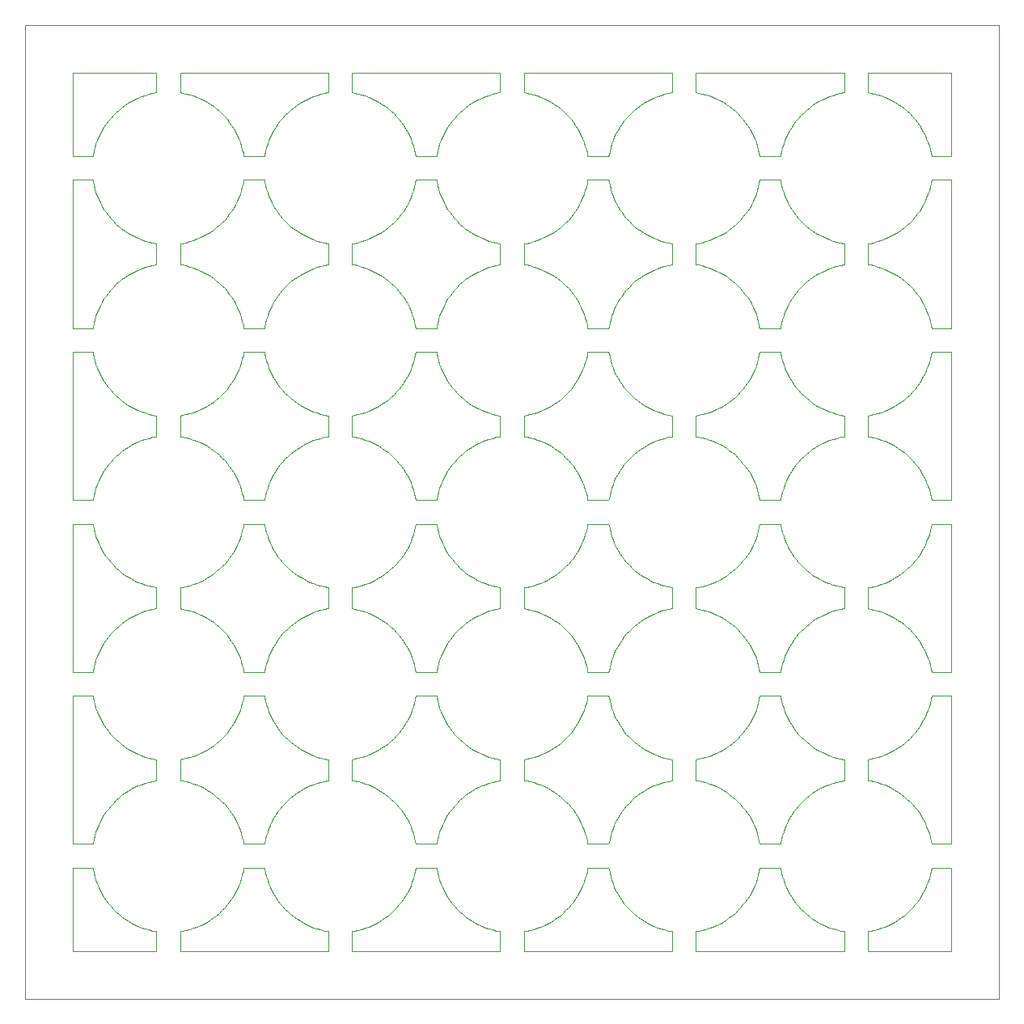
<source format=gm1>
%TF.GenerationSoftware,KiCad,Pcbnew,7.0.5-1.fc38*%
%TF.CreationDate,2023-07-07T14:20:18-04:00*%
%TF.ProjectId,bno085-i2c-board-v3-large-panel,626e6f30-3835-42d6-9932-632d626f6172,rev?*%
%TF.SameCoordinates,Original*%
%TF.FileFunction,Profile,NP*%
%FSLAX46Y46*%
G04 Gerber Fmt 4.6, Leading zero omitted, Abs format (unit mm)*
G04 Created by KiCad (PCBNEW 7.0.5-1.fc38) date 2023-07-07 14:20:18*
%MOMM*%
%LPD*%
G01*
G04 APERTURE LIST*
%TA.AperFunction,Profile*%
%ADD10C,0.100000*%
%TD*%
G04 APERTURE END LIST*
D10*
X137129846Y-57474753D02*
X137343056Y-57141346D01*
X163690424Y-63508516D02*
X163323409Y-63656565D01*
X170891785Y-113685303D02*
X171217053Y-113459872D01*
X181690424Y-45508516D02*
X181323409Y-45656565D01*
X183249999Y-116998776D02*
X167749999Y-116998776D01*
X125941738Y-59574599D02*
X126272482Y-59791916D01*
X165249999Y-60900578D02*
X165249999Y-61999388D01*
X104696219Y-36765771D02*
X104793120Y-37149475D01*
X105043211Y-109900173D02*
X105195788Y-110265329D01*
X144964164Y-45822583D02*
X144613569Y-46006164D01*
X109323409Y-96342210D02*
X109690424Y-96490259D01*
X192399105Y-51749388D02*
X192399105Y-51749388D01*
X138023809Y-50283899D02*
X137880310Y-49915081D01*
X108613569Y-77992611D02*
X108964164Y-78176192D01*
X111249999Y-78900578D02*
X111249999Y-79999388D01*
X133854791Y-45737352D02*
X133491550Y-45580270D01*
X120399105Y-108249388D02*
X121499999Y-108249388D01*
X159195788Y-110265329D02*
X159366237Y-110622492D01*
X179314486Y-77092264D02*
X179622145Y-77341191D01*
X177980429Y-84361375D02*
X177759038Y-84689406D01*
X120342635Y-69426536D02*
X120342635Y-69426536D01*
X113749999Y-96898511D02*
X113974493Y-96862101D01*
X185974493Y-45136674D02*
X185749999Y-45100264D01*
X187491550Y-99580270D02*
X187120985Y-99441344D01*
X138255254Y-33040552D02*
X138148892Y-32659363D01*
X118120538Y-58691117D02*
X118395137Y-58406135D01*
X123366237Y-92622492D02*
X123554140Y-92970790D01*
X122618412Y-90377744D02*
X122696219Y-90765771D01*
X159759038Y-84689406D02*
X159554140Y-85027985D01*
X167974493Y-42862101D02*
X168361527Y-42779500D01*
X123980429Y-30361375D02*
X123759038Y-30689406D01*
X135217053Y-113459872D02*
X135530775Y-113218630D01*
X122618412Y-54377744D02*
X122696219Y-54765771D01*
X142217772Y-30044694D02*
X141980429Y-30361375D01*
X172120538Y-65307658D02*
X171832183Y-65036606D01*
X154900409Y-48201566D02*
X154655306Y-47890852D01*
X105554140Y-103027985D02*
X105366237Y-103376283D01*
X147217990Y-45102579D02*
X146829030Y-45175581D01*
X124737951Y-40550324D02*
X125019514Y-40828426D01*
X104618412Y-105621031D02*
X104599220Y-105749388D01*
X156399105Y-108249388D02*
X157499999Y-108249388D01*
X151854791Y-78261423D02*
X152209820Y-78086570D01*
X104618412Y-51621031D02*
X104599220Y-51749388D01*
X155343056Y-48857429D02*
X155129846Y-48524022D01*
X173129846Y-30524022D02*
X172900409Y-30201566D01*
X189530775Y-28780145D02*
X189217053Y-28538903D01*
X136900409Y-30201566D02*
X136655306Y-29890852D01*
X180272482Y-28206859D02*
X179941738Y-28424176D01*
X192342635Y-105426536D02*
X192255254Y-105040552D01*
X181690424Y-42490259D02*
X182064312Y-42619977D01*
X192255254Y-54958223D02*
X192342635Y-54572239D01*
X191880310Y-85915081D02*
X191718748Y-85553810D01*
X172900409Y-30201566D02*
X172655306Y-29890852D01*
X141043211Y-109900173D02*
X141195788Y-110265329D01*
X125622145Y-77341191D02*
X125941738Y-77574599D01*
X132744004Y-81320914D02*
X132361527Y-81219275D01*
X123554140Y-38970790D02*
X123759038Y-39309369D01*
X124217772Y-39954081D02*
X124470485Y-40258638D01*
X174255254Y-69040552D02*
X174255254Y-69040552D01*
X192399105Y-33749388D02*
X192342635Y-33426536D01*
X123759038Y-57309369D02*
X123980429Y-57637400D01*
X151854791Y-81737352D02*
X151491550Y-81580270D01*
X155129846Y-57474753D02*
X155343056Y-57141346D01*
X179941738Y-28424176D02*
X179622145Y-28657584D01*
X189832183Y-29036606D02*
X189530775Y-28780145D01*
X114361527Y-96779500D02*
X114744004Y-96677861D01*
X192399105Y-105749388D02*
X192342635Y-105426536D01*
X158908879Y-104470857D02*
X158793120Y-104849300D01*
X105980429Y-93637400D02*
X106217772Y-93954081D01*
X154120538Y-47307658D02*
X153832183Y-47036606D01*
X182444157Y-114731046D02*
X182829030Y-114823194D01*
X119343056Y-30857429D02*
X119129846Y-30524022D01*
X171832183Y-94962169D02*
X172120538Y-94691117D01*
X120399105Y-33749388D02*
X120342635Y-33426536D01*
X186361527Y-81219275D02*
X185974493Y-81136674D01*
X137718748Y-74444965D02*
X137880310Y-74083694D01*
X191539517Y-56797803D02*
X191718748Y-56444965D01*
X156255254Y-90958223D02*
X156342635Y-90572239D01*
X176618412Y-69621031D02*
X176599220Y-69749388D01*
X173129846Y-111474753D02*
X173343056Y-111141346D01*
X118395137Y-65592640D02*
X118120538Y-65307658D01*
X168361527Y-60779500D02*
X168744004Y-60677861D01*
X149749999Y-43999388D02*
X149749999Y-42898511D01*
X122696219Y-87233004D02*
X122618412Y-87621031D01*
X142217772Y-111954081D02*
X142470485Y-112258638D01*
X119718748Y-67553810D02*
X119539517Y-67200972D01*
X177759038Y-66689406D02*
X177554140Y-67027985D01*
X170209820Y-60086570D02*
X170555766Y-59894373D01*
X119539517Y-85200972D02*
X119343056Y-84857429D01*
X156255254Y-87040552D02*
X156148892Y-86659363D01*
X186744004Y-78677861D02*
X187120985Y-78557431D01*
X153217053Y-46538903D02*
X152891785Y-46313472D01*
X171530775Y-46780145D02*
X171217053Y-46538903D01*
X136655306Y-83890852D02*
X136395137Y-83592640D01*
X116209820Y-96086570D02*
X116555766Y-95894373D01*
X116209820Y-114086570D02*
X116555766Y-113894373D01*
X149974493Y-60862101D02*
X150361527Y-60779500D01*
X111217990Y-78896196D02*
X111249999Y-78900578D01*
X123980429Y-84361375D02*
X123759038Y-84689406D01*
X156148892Y-86659363D02*
X156023809Y-86283899D01*
X123980429Y-57637400D02*
X124217772Y-57954081D01*
X111217990Y-63102579D02*
X110829030Y-63175581D01*
X146444157Y-60731046D02*
X146829030Y-60823194D01*
X122599220Y-108249388D02*
X122618412Y-108377744D01*
X118655306Y-58107923D02*
X118900409Y-57797209D01*
X153530775Y-82780145D02*
X153217053Y-82538903D01*
X154395137Y-83592640D02*
X154120538Y-83307658D01*
X108272482Y-77791916D02*
X108613569Y-77992611D01*
X124217772Y-102044694D02*
X123980429Y-102361375D01*
X141043211Y-86098602D02*
X140908879Y-86470857D01*
X169120985Y-60557431D02*
X169491550Y-60418505D01*
X159043211Y-91900173D02*
X159195788Y-92265329D01*
X171217053Y-77459872D02*
X171530775Y-77218630D01*
X187491550Y-114418505D02*
X187854791Y-114261423D01*
X152555766Y-113894373D02*
X152891785Y-113685303D01*
X116891785Y-113685303D02*
X117217053Y-113459872D01*
X199498776Y-121998776D02*
X199498776Y-20000000D01*
X165249999Y-43999388D02*
X165249999Y-45098197D01*
X162613569Y-41992611D02*
X162964164Y-42176192D01*
X163323409Y-63656565D02*
X162964164Y-63822583D01*
X119129846Y-48524022D02*
X118900409Y-48201566D01*
X160737951Y-112550324D02*
X161019514Y-112828426D01*
X157499999Y-105749388D02*
X156399105Y-105749388D01*
X158696219Y-87233004D02*
X158618412Y-87621031D01*
X137539517Y-38797803D02*
X137718748Y-38444965D01*
X111249999Y-42900578D02*
X111249999Y-43999388D01*
X120399105Y-105749388D02*
X120342635Y-105426536D01*
X179622145Y-41341191D02*
X179941738Y-41574599D01*
X136395137Y-47592640D02*
X136120538Y-47307658D01*
X185749999Y-60898511D02*
X185974493Y-60862101D01*
X160737951Y-29448451D02*
X160470485Y-29740137D01*
X160470485Y-101740137D02*
X160217772Y-102044694D01*
X153832183Y-83036606D02*
X153530775Y-82780145D01*
X138255254Y-36958223D02*
X138342635Y-36572239D01*
X164444157Y-99267729D02*
X164064312Y-99378798D01*
X141980429Y-48361375D02*
X141759038Y-48689406D01*
X192023809Y-86283899D02*
X191880310Y-85915081D01*
X177980429Y-30361375D02*
X177759038Y-30689406D01*
X124737951Y-58550324D02*
X125019514Y-58828426D01*
X104618412Y-72377744D02*
X104696219Y-72765771D01*
X162272482Y-59791916D02*
X162613569Y-59992611D01*
X139499999Y-105749388D02*
X138399105Y-105749388D01*
X131749999Y-42898511D02*
X131974493Y-42862101D01*
X168361527Y-45219275D02*
X167974493Y-45136674D01*
X187854791Y-114261423D02*
X188209820Y-114086570D01*
X109690424Y-42490259D02*
X110064312Y-42619977D01*
X187120985Y-96557431D02*
X187491550Y-96418505D01*
X128829030Y-114823194D02*
X129217990Y-114896196D01*
X167749999Y-79999388D02*
X167749999Y-78898511D01*
X169491550Y-99580270D02*
X169120985Y-99441344D01*
X109690424Y-114490259D02*
X110064312Y-114619977D01*
X159366237Y-38622492D02*
X159554140Y-38970790D01*
X187120985Y-60557431D02*
X187491550Y-60418505D01*
X137343056Y-48857429D02*
X137129846Y-48524022D01*
X150361527Y-27219275D02*
X149974493Y-27136674D01*
X143941738Y-46424176D02*
X143622145Y-46657584D01*
X108272482Y-28206859D02*
X107941738Y-28424176D01*
X150744004Y-96677861D02*
X151120985Y-96557431D01*
X114744004Y-114677861D02*
X115120985Y-114557431D01*
X144613569Y-82006164D02*
X144272482Y-82206859D01*
X108272482Y-113791916D02*
X108613569Y-113992611D01*
X141554140Y-67027985D02*
X141366237Y-67376283D01*
X188891785Y-46313472D02*
X188555766Y-46104402D01*
X142737951Y-112550324D02*
X143019514Y-112828426D01*
X180964164Y-99822583D02*
X180613569Y-100006164D01*
X186361527Y-60779500D02*
X186744004Y-60677861D01*
X152555766Y-46104402D02*
X152209820Y-45912205D01*
X117217053Y-46538903D02*
X116891785Y-46313472D01*
X137880310Y-103915081D02*
X137718748Y-103553810D01*
X143019514Y-94828426D02*
X143314486Y-95092264D01*
X136900409Y-93797209D02*
X137129846Y-93474753D01*
X129249999Y-42900578D02*
X129249999Y-43999388D01*
X190395137Y-112406135D02*
X190655306Y-112107923D01*
X106737951Y-40550324D02*
X107019514Y-40828426D01*
X191539517Y-92797803D02*
X191718748Y-92444965D01*
X154900409Y-84201566D02*
X154655306Y-83890852D01*
X160217772Y-57954081D02*
X160470485Y-58258638D01*
X141759038Y-30689406D02*
X141554140Y-31027985D01*
X192399105Y-36249388D02*
X194498776Y-36249388D01*
X182444157Y-78731046D02*
X182829030Y-78823194D01*
X119539517Y-92797803D02*
X119718748Y-92444965D01*
X115854791Y-27737352D02*
X115491550Y-27580270D01*
X107019514Y-94828426D02*
X107314486Y-95092264D01*
X176696219Y-90765771D02*
X176793120Y-91149475D01*
X176599220Y-33749388D02*
X175499999Y-33749388D01*
X178470485Y-65740137D02*
X178217772Y-66044694D01*
X119539517Y-38797803D02*
X119718748Y-38444965D01*
X172120538Y-29307658D02*
X171832183Y-29036606D01*
X141554140Y-85027985D02*
X141366237Y-85376283D01*
X118900409Y-75797209D02*
X119129846Y-75474753D01*
X182064312Y-27378798D02*
X181690424Y-27508516D01*
X120342635Y-108572239D02*
X120399105Y-108249388D01*
X156342635Y-69426536D02*
X156255254Y-69040552D01*
X138399105Y-69749388D02*
X138342635Y-69426536D01*
X159980429Y-93637400D02*
X160217772Y-93954081D01*
X189832183Y-76962169D02*
X190120538Y-76691117D01*
X126272482Y-100206859D02*
X125941738Y-100424176D01*
X191343056Y-102857429D02*
X191129846Y-102524022D01*
X120342635Y-87426536D02*
X120342635Y-87426536D01*
X138148892Y-37339412D02*
X138255254Y-36958223D01*
X105366237Y-67376283D02*
X105195788Y-67733446D01*
X105759038Y-111309369D02*
X105980429Y-111637400D01*
X176908879Y-109527918D02*
X177043211Y-109900173D01*
X105759038Y-93309369D02*
X105980429Y-93637400D01*
X104696219Y-87233004D02*
X104618412Y-87621031D01*
X141980429Y-93637400D02*
X142217772Y-93954081D01*
X105980429Y-57637400D02*
X106217772Y-57954081D01*
X144272482Y-46206859D02*
X143941738Y-46424176D01*
X177366237Y-56622492D02*
X177554140Y-56970790D01*
X177366237Y-103376283D02*
X177195788Y-103733446D01*
X183249999Y-114900578D02*
X183249999Y-116998776D01*
X120148892Y-50659363D02*
X120023809Y-50283899D01*
X169854791Y-27737352D02*
X169491550Y-27580270D01*
X125622145Y-95341191D02*
X125941738Y-95574599D01*
X168361527Y-114779500D02*
X168744004Y-114677861D01*
X108272482Y-41791916D02*
X108613569Y-41992611D01*
X110829030Y-78823194D02*
X111217990Y-78896196D01*
X133120985Y-78557431D02*
X133491550Y-78418505D01*
X155880310Y-110083694D02*
X156023809Y-109714876D01*
X128064312Y-27378798D02*
X127690424Y-27508516D01*
X147217990Y-27102579D02*
X146829030Y-27175581D01*
X162272482Y-77791916D02*
X162613569Y-77992611D01*
X150361527Y-81219275D02*
X149974493Y-81136674D01*
X109690424Y-81508516D02*
X109323409Y-81656565D01*
X171832183Y-40962169D02*
X172120538Y-40691117D01*
X102501224Y-105749388D02*
X102501224Y-90249388D01*
X159759038Y-39309369D02*
X159980429Y-39637400D01*
X180964164Y-45822583D02*
X180613569Y-46006164D01*
X176908879Y-91527918D02*
X177043211Y-91900173D01*
X174255254Y-36958223D02*
X174342635Y-36572239D01*
X108964164Y-42176192D02*
X109323409Y-42342210D01*
X152891785Y-113685303D02*
X153217053Y-113459872D01*
X120255254Y-90958223D02*
X120342635Y-90572239D01*
X165217990Y-99102579D02*
X164829030Y-99175581D01*
X115854791Y-99737352D02*
X115491550Y-99580270D01*
X174023809Y-55714876D02*
X174148892Y-55339412D01*
X142217772Y-93954081D02*
X142470485Y-94258638D01*
X104696219Y-54765771D02*
X104793120Y-55149475D01*
X110064312Y-99378798D02*
X109690424Y-99508516D01*
X179314486Y-46906511D02*
X179019514Y-47170349D01*
X186361527Y-42779500D02*
X186744004Y-42677861D01*
X119129846Y-75474753D02*
X119343056Y-75141346D01*
X108613569Y-64006164D02*
X108272482Y-64206859D01*
X128829030Y-81175581D02*
X128444157Y-81267729D01*
X128064312Y-60619977D02*
X128444157Y-60731046D01*
X146444157Y-114731046D02*
X146829030Y-114823194D01*
X158793120Y-86849300D02*
X158696219Y-87233004D01*
X190900409Y-75797209D02*
X191129846Y-75474753D01*
X154655306Y-83890852D02*
X154395137Y-83592640D01*
X173539517Y-49200972D02*
X173343056Y-48857429D01*
X174023809Y-104283899D02*
X173880310Y-103915081D01*
X172395137Y-47592640D02*
X172120538Y-47307658D01*
X146444157Y-42731046D02*
X146829030Y-42823194D01*
X158793120Y-109149475D02*
X158908879Y-109527918D01*
X175499999Y-90249388D02*
X176599220Y-90249388D01*
X159366237Y-74622492D02*
X159554140Y-74970790D01*
X147249999Y-61999388D02*
X147249999Y-63098197D01*
X180964164Y-114176192D02*
X181323409Y-114342210D01*
X179314486Y-59092264D02*
X179622145Y-59341191D01*
X119539517Y-31200972D02*
X119343056Y-30857429D01*
X110444157Y-99267729D02*
X110064312Y-99378798D01*
X142737951Y-40550324D02*
X143019514Y-40828426D01*
X161019514Y-83170349D02*
X160737951Y-83448451D01*
X185749999Y-61999388D02*
X185749999Y-60898511D01*
X155880310Y-49915081D02*
X155718748Y-49553810D01*
X106470485Y-47740137D02*
X106217772Y-48044694D01*
X140793120Y-32849300D02*
X140696219Y-33233004D01*
X122793120Y-104849300D02*
X122696219Y-105233004D01*
X115854791Y-60261423D02*
X116209820Y-60086570D01*
X128444157Y-78731046D02*
X128829030Y-78823194D01*
X159195788Y-49733446D02*
X159043211Y-50098602D01*
X152891785Y-100313472D02*
X152555766Y-100104402D01*
X164444157Y-78731046D02*
X164829030Y-78823194D01*
X188891785Y-77685303D02*
X189217053Y-77459872D01*
X138342635Y-72572239D02*
X138399105Y-72249388D01*
X133120985Y-63441344D02*
X132744004Y-63320914D01*
X191880310Y-74083694D02*
X192023809Y-73714876D01*
X131749999Y-61999388D02*
X131749999Y-60898511D01*
X136655306Y-29890852D02*
X136395137Y-29592640D01*
X106217772Y-102044694D02*
X105980429Y-102361375D01*
X154395137Y-112406135D02*
X154655306Y-112107923D01*
X117530775Y-77218630D02*
X117832183Y-76962169D01*
X174148892Y-73339412D02*
X174255254Y-72958223D01*
X111217990Y-60896196D02*
X111249999Y-60900578D01*
X171530775Y-113218630D02*
X171832183Y-112962169D01*
X138148892Y-32659363D02*
X138023809Y-32283899D01*
X104793120Y-104849300D02*
X104696219Y-105233004D01*
X137539517Y-110797803D02*
X137718748Y-110444965D01*
X164829030Y-45175581D02*
X164444157Y-45267729D01*
X169120985Y-96557431D02*
X169491550Y-96418505D01*
X172655306Y-58107923D02*
X172900409Y-57797209D01*
X176696219Y-105233004D02*
X176618412Y-105621031D01*
X194498776Y-116998776D02*
X185749999Y-116998776D01*
X156148892Y-50659363D02*
X156023809Y-50283899D01*
X131974493Y-96862101D02*
X132361527Y-96779500D01*
X174342635Y-87426536D02*
X174255254Y-87040552D01*
X182064312Y-81378798D02*
X181690424Y-81508516D01*
X128829030Y-45175581D02*
X128444157Y-45267729D01*
X192148892Y-73339412D02*
X192255254Y-72958223D01*
X187491550Y-42418505D02*
X187854791Y-42261423D01*
X174023809Y-32283899D02*
X173880310Y-31915081D01*
X171832183Y-101036606D02*
X171530775Y-100780145D01*
X171832183Y-76962169D02*
X172120538Y-76691117D01*
X142217772Y-75954081D02*
X142470485Y-76258638D01*
X159043211Y-73900173D02*
X159195788Y-74265329D01*
X156023809Y-55714876D02*
X156148892Y-55339412D01*
X177980429Y-111637400D02*
X178217772Y-111954081D01*
X141366237Y-49376283D02*
X141195788Y-49733446D01*
X169120985Y-78557431D02*
X169491550Y-78418505D01*
X144272482Y-64206859D02*
X143941738Y-64424176D01*
X172900409Y-39797209D02*
X173129846Y-39474753D01*
X153217053Y-82538903D02*
X152891785Y-82313472D01*
X128444157Y-60731046D02*
X128829030Y-60823194D01*
X119880310Y-38083694D02*
X120023809Y-37714876D01*
X178470485Y-58258638D02*
X178737951Y-58550324D01*
X118120538Y-40691117D02*
X118395137Y-40406135D01*
X102501224Y-36249388D02*
X104599220Y-36249388D01*
X132744004Y-63320914D02*
X132361527Y-63219275D01*
X172395137Y-29592640D02*
X172120538Y-29307658D01*
X183249999Y-25000000D02*
X183249999Y-27098197D01*
X177195788Y-103733446D02*
X177043211Y-104098602D01*
X164064312Y-78619977D02*
X164444157Y-78731046D01*
X156148892Y-109339412D02*
X156255254Y-108958223D01*
X173718748Y-38444965D02*
X173880310Y-38083694D01*
X170209820Y-99912205D02*
X169854791Y-99737352D01*
X141980429Y-102361375D02*
X141759038Y-102689406D01*
X139499999Y-87749388D02*
X138399105Y-87749388D01*
X146064312Y-42619977D02*
X146444157Y-42731046D01*
X156399105Y-72249388D02*
X157499999Y-72249388D01*
X137880310Y-110083694D02*
X138023809Y-109714876D01*
X119539517Y-110797803D02*
X119718748Y-110444965D01*
X191129846Y-39474753D02*
X191343056Y-39141346D01*
X136395137Y-83592640D02*
X136120538Y-83307658D01*
X136395137Y-29592640D02*
X136120538Y-29307658D01*
X110064312Y-78619977D02*
X110444157Y-78731046D01*
X110829030Y-63175581D02*
X110444157Y-63267729D01*
X140618412Y-51621031D02*
X140599220Y-51749388D01*
X124470485Y-65740137D02*
X124217772Y-66044694D01*
X191129846Y-75474753D02*
X191343056Y-75141346D01*
X161019514Y-112828426D02*
X161314486Y-113092264D01*
X160470485Y-83740137D02*
X160217772Y-84044694D01*
X177554140Y-31027985D02*
X177366237Y-31376283D01*
X120023809Y-73714876D02*
X120148892Y-73339412D01*
X126272482Y-28206859D02*
X125941738Y-28424176D01*
X143019514Y-29170349D02*
X142737951Y-29448451D01*
X120023809Y-104283899D02*
X119880310Y-103915081D01*
X143314486Y-95092264D02*
X143622145Y-95341191D01*
X149749999Y-114898511D02*
X149974493Y-114862101D01*
X136395137Y-76406135D02*
X136655306Y-76107923D01*
X138399105Y-51749388D02*
X138342635Y-51426536D01*
X180964164Y-96176192D02*
X181323409Y-96342210D01*
X177759038Y-75309369D02*
X177980429Y-75637400D01*
X159980429Y-111637400D02*
X160217772Y-111954081D01*
X158599220Y-33749388D02*
X157499999Y-33749388D01*
X180964164Y-63822583D02*
X180613569Y-64006164D01*
X123759038Y-66689406D02*
X123554140Y-67027985D01*
X151491550Y-78418505D02*
X151854791Y-78261423D01*
X102501224Y-108249388D02*
X104599220Y-108249388D01*
X109690424Y-27508516D02*
X109323409Y-27656565D01*
X144964164Y-99822583D02*
X144613569Y-100006164D01*
X159980429Y-75637400D02*
X160217772Y-75954081D01*
X172655306Y-40107923D02*
X172900409Y-39797209D01*
X104599220Y-87749388D02*
X102501224Y-87749388D01*
X159195788Y-38265329D02*
X159366237Y-38622492D01*
X153217053Y-77459872D02*
X153530775Y-77218630D01*
X134555766Y-82104402D02*
X134209820Y-81912205D01*
X179941738Y-77574599D02*
X180272482Y-77791916D01*
X169120985Y-114557431D02*
X169491550Y-114418505D01*
X111249999Y-116998776D02*
X102501224Y-116998776D01*
X108613569Y-100006164D02*
X108272482Y-100206859D01*
X183249999Y-97999388D02*
X183249999Y-99098197D01*
X159366237Y-67376283D02*
X159195788Y-67733446D01*
X156399105Y-90249388D02*
X157499999Y-90249388D01*
X168361527Y-96779500D02*
X168744004Y-96677861D01*
X173539517Y-56797803D02*
X173718748Y-56444965D01*
X169120985Y-42557431D02*
X169491550Y-42418505D01*
X140908879Y-32470857D02*
X140793120Y-32849300D01*
X105980429Y-48361375D02*
X105759038Y-48689406D01*
X155343056Y-66857429D02*
X155129846Y-66524022D01*
X152891785Y-95685303D02*
X153217053Y-95459872D01*
X179314486Y-28906511D02*
X179019514Y-29170349D01*
X131749999Y-78898511D02*
X131974493Y-78862101D01*
X120342635Y-51426536D02*
X120255254Y-51040552D01*
X183217990Y-81102579D02*
X182829030Y-81175581D01*
X135217053Y-100538903D02*
X134891785Y-100313472D01*
X189832183Y-65036606D02*
X189530775Y-64780145D01*
X126964164Y-78176192D02*
X127323409Y-78342210D01*
X183217990Y-42896196D02*
X183249999Y-42900578D01*
X102501224Y-33749388D02*
X102501224Y-25000000D01*
X104696219Y-72765771D02*
X104793120Y-73149475D01*
X157499999Y-90249388D02*
X158599220Y-90249388D01*
X104908879Y-109527918D02*
X105043211Y-109900173D01*
X144964164Y-96176192D02*
X145323409Y-96342210D01*
X117832183Y-94962169D02*
X118120538Y-94691117D01*
X174342635Y-90572239D02*
X174399105Y-90249388D01*
X159195788Y-67733446D02*
X159043211Y-68098602D01*
X123554140Y-92970790D02*
X123759038Y-93309369D01*
X140696219Y-51233004D02*
X140618412Y-51621031D01*
X155343056Y-84857429D02*
X155129846Y-84524022D01*
X192342635Y-69426536D02*
X192255254Y-69040552D01*
X190395137Y-40406135D02*
X190655306Y-40107923D01*
X161314486Y-77092264D02*
X161622145Y-77341191D01*
X176793120Y-55149475D02*
X176908879Y-55527918D01*
X165249999Y-25000000D02*
X165249999Y-27098197D01*
X175499999Y-36249388D02*
X176599220Y-36249388D01*
X144272482Y-95791916D02*
X144613569Y-95992611D01*
X155129846Y-30524022D02*
X154900409Y-30201566D01*
X154120538Y-40691117D02*
X154395137Y-40406135D01*
X131974493Y-45136674D02*
X131749999Y-45100264D01*
X105759038Y-66689406D02*
X105554140Y-67027985D01*
X182064312Y-114619977D02*
X182444157Y-114731046D01*
X174023809Y-86283899D02*
X173880310Y-85915081D01*
X177195788Y-38265329D02*
X177366237Y-38622492D01*
X151120985Y-114557431D02*
X151491550Y-114418505D01*
X118655306Y-112107923D02*
X118900409Y-111797209D01*
X179622145Y-28657584D02*
X179314486Y-28906511D01*
X189217053Y-64538903D02*
X188891785Y-64313472D01*
X142737951Y-58550324D02*
X143019514Y-58828426D01*
X169120985Y-45441344D02*
X168744004Y-45320914D01*
X131974493Y-78862101D02*
X132361527Y-78779500D01*
X102501224Y-116998776D02*
X102501224Y-108249388D01*
X192255254Y-87040552D02*
X192148892Y-86659363D01*
X189832183Y-112962169D02*
X190120538Y-112691117D01*
X188209820Y-99912205D02*
X187854791Y-99737352D01*
X161941738Y-82424176D02*
X161622145Y-82657584D01*
X171832183Y-47036606D02*
X171530775Y-46780145D01*
X188555766Y-100104402D02*
X188209820Y-99912205D01*
X126964164Y-96176192D02*
X127323409Y-96342210D01*
X155539517Y-103200972D02*
X155343056Y-102857429D01*
X190395137Y-83592640D02*
X190120538Y-83307658D01*
X121499999Y-108249388D02*
X122599220Y-108249388D01*
X170891785Y-41685303D02*
X171217053Y-41459872D01*
X188891785Y-59685303D02*
X189217053Y-59459872D01*
X149749999Y-42898511D02*
X149974493Y-42862101D01*
X133491550Y-96418505D02*
X133854791Y-96261423D01*
X156342635Y-108572239D02*
X156399105Y-108249388D01*
X113749999Y-60898511D02*
X113974493Y-60862101D01*
X129249999Y-45098197D02*
X129217990Y-45102579D01*
X140599220Y-51749388D02*
X139499999Y-51749388D01*
X162272482Y-100206859D02*
X161941738Y-100424176D01*
X141195788Y-67733446D02*
X141043211Y-68098602D01*
X116891785Y-82313472D02*
X116555766Y-82104402D01*
X142470485Y-65740137D02*
X142217772Y-66044694D01*
X156023809Y-109714876D02*
X156148892Y-109339412D01*
X120255254Y-54958223D02*
X120342635Y-54572239D01*
X161622145Y-46657584D02*
X161314486Y-46906511D01*
X115491550Y-81580270D02*
X115120985Y-81441344D01*
X156023809Y-32283899D02*
X155880310Y-31915081D01*
X188555766Y-64104402D02*
X188209820Y-63912205D01*
X140908879Y-55527918D02*
X141043211Y-55900173D01*
X155718748Y-38444965D02*
X155880310Y-38083694D01*
X141759038Y-75309369D02*
X141980429Y-75637400D01*
X176599220Y-72249388D02*
X176618412Y-72377744D01*
X178737951Y-94550324D02*
X179019514Y-94828426D01*
X131749999Y-25000000D02*
X147249999Y-25000000D01*
X162613569Y-82006164D02*
X162272482Y-82206859D01*
X123195788Y-74265329D02*
X123366237Y-74622492D01*
X104599220Y-54249388D02*
X104599220Y-54249388D01*
X142470485Y-94258638D02*
X142737951Y-94550324D01*
X106217772Y-75954081D02*
X106470485Y-76258638D01*
X154900409Y-93797209D02*
X155129846Y-93474753D01*
X178737951Y-83448451D02*
X178470485Y-83740137D01*
X159043211Y-37900173D02*
X159195788Y-38265329D01*
X118395137Y-40406135D02*
X118655306Y-40107923D01*
X122793120Y-73149475D02*
X122908879Y-73527918D01*
X156255254Y-72958223D02*
X156342635Y-72572239D01*
X153832183Y-112962169D02*
X154120538Y-112691117D01*
X120023809Y-91714876D02*
X120148892Y-91339412D01*
X118120538Y-112691117D02*
X118395137Y-112406135D01*
X159759038Y-93309369D02*
X159980429Y-93637400D01*
X116555766Y-82104402D02*
X116209820Y-81912205D01*
X151491550Y-99580270D02*
X151120985Y-99441344D01*
X182829030Y-42823194D02*
X183217990Y-42896196D01*
X105554140Y-49027985D02*
X105366237Y-49376283D01*
X158618412Y-108377744D02*
X158696219Y-108765771D01*
X147217990Y-42896196D02*
X147249999Y-42900578D01*
X191343056Y-111141346D02*
X191539517Y-110797803D01*
X181690424Y-78490259D02*
X182064312Y-78619977D01*
X169120985Y-27441344D02*
X168744004Y-27320914D01*
X122793120Y-32849300D02*
X122696219Y-33233004D01*
X125314486Y-64906511D02*
X125019514Y-65170349D01*
X163323409Y-60342210D02*
X163690424Y-60490259D01*
X143314486Y-64906511D02*
X143019514Y-65170349D01*
X124737951Y-94550324D02*
X125019514Y-94828426D01*
X183249999Y-45098197D02*
X183217990Y-45102579D01*
X111249999Y-99098197D02*
X111217990Y-99102579D01*
X177195788Y-49733446D02*
X177043211Y-50098602D01*
X162613569Y-100006164D02*
X162272482Y-100206859D01*
X125622145Y-28657584D02*
X125314486Y-28906511D01*
X180613569Y-41992611D02*
X180964164Y-42176192D01*
X169491550Y-42418505D02*
X169854791Y-42261423D01*
X137718748Y-67553810D02*
X137539517Y-67200972D01*
X158618412Y-33621031D02*
X158599220Y-33749388D01*
X140599220Y-69749388D02*
X139499999Y-69749388D01*
X179941738Y-59574599D02*
X180272482Y-59791916D01*
X104618412Y-90377744D02*
X104696219Y-90765771D01*
X154120538Y-83307658D02*
X153832183Y-83036606D01*
X177195788Y-67733446D02*
X177043211Y-68098602D01*
X155129846Y-75474753D02*
X155343056Y-75141346D01*
X119718748Y-31553810D02*
X119539517Y-31200972D01*
X153530775Y-100780145D02*
X153217053Y-100538903D01*
X132744004Y-45320914D02*
X132361527Y-45219275D01*
X162272482Y-95791916D02*
X162613569Y-95992611D01*
X114744004Y-99320914D02*
X114361527Y-99219275D01*
X107019514Y-40828426D02*
X107314486Y-41092264D01*
X153217053Y-95459872D02*
X153530775Y-95218630D01*
X105980429Y-30361375D02*
X105759038Y-30689406D01*
X159554140Y-110970790D02*
X159759038Y-111309369D01*
X176618412Y-105621031D02*
X176599220Y-105749388D01*
X114744004Y-96677861D02*
X115120985Y-96557431D01*
X170891785Y-28313472D02*
X170555766Y-28104402D01*
X124737951Y-112550324D02*
X125019514Y-112828426D01*
X137129846Y-93474753D02*
X137343056Y-93141346D01*
X136655306Y-94107923D02*
X136900409Y-93797209D01*
X138255254Y-69040552D02*
X138148892Y-68659363D01*
X113749999Y-61999388D02*
X113749999Y-60898511D01*
X161622145Y-64657584D02*
X161314486Y-64906511D01*
X162964164Y-45822583D02*
X162613569Y-46006164D01*
X176908879Y-73527918D02*
X177043211Y-73900173D01*
X144613569Y-59992611D02*
X144964164Y-60176192D01*
X109690424Y-96490259D02*
X110064312Y-96619977D01*
X189832183Y-40962169D02*
X190120538Y-40691117D01*
X104908879Y-50470857D02*
X104793120Y-50849300D01*
X110064312Y-27378798D02*
X109690424Y-27508516D01*
X191718748Y-74444965D02*
X191880310Y-74083694D01*
X142470485Y-101740137D02*
X142217772Y-102044694D01*
X120342635Y-105426536D02*
X120255254Y-105040552D01*
X140793120Y-73149475D02*
X140908879Y-73527918D01*
X147217990Y-63102579D02*
X146829030Y-63175581D01*
X117217053Y-64538903D02*
X116891785Y-64313472D01*
X156255254Y-105040552D02*
X156148892Y-104659363D01*
X141759038Y-111309369D02*
X141980429Y-111637400D01*
X117530775Y-100780145D02*
X117217053Y-100538903D01*
X111249999Y-114900578D02*
X111249999Y-116998776D01*
X156399105Y-105749388D02*
X156342635Y-105426536D01*
X185974493Y-99136674D02*
X185749999Y-99100264D01*
X167749999Y-97999388D02*
X167749999Y-96898511D01*
X150744004Y-45320914D02*
X150361527Y-45219275D01*
X106737951Y-112550324D02*
X107019514Y-112828426D01*
X158599220Y-51749388D02*
X157499999Y-51749388D01*
X138023809Y-55714876D02*
X138148892Y-55339412D01*
X176618412Y-87621031D02*
X176599220Y-87749388D01*
X191129846Y-48524022D02*
X190900409Y-48201566D01*
X154120538Y-58691117D02*
X154395137Y-58406135D01*
X143314486Y-28906511D02*
X143019514Y-29170349D01*
X154395137Y-47592640D02*
X154120538Y-47307658D01*
X191539517Y-49200972D02*
X191343056Y-48857429D01*
X180272482Y-41791916D02*
X180613569Y-41992611D01*
X190655306Y-47890852D02*
X190395137Y-47592640D01*
X181323409Y-96342210D02*
X181690424Y-96490259D01*
X143622145Y-77341191D02*
X143941738Y-77574599D01*
X116555766Y-64104402D02*
X116209820Y-63912205D01*
X149749999Y-99100264D02*
X149749999Y-97999388D01*
X137343056Y-57141346D02*
X137539517Y-56797803D01*
X115120985Y-96557431D02*
X115491550Y-96418505D01*
X174399105Y-108249388D02*
X175499999Y-108249388D01*
X143314486Y-59092264D02*
X143622145Y-59341191D01*
X176793120Y-91149475D02*
X176908879Y-91527918D01*
X138148892Y-73339412D02*
X138255254Y-72958223D01*
X171832183Y-58962169D02*
X172120538Y-58691117D01*
X142737951Y-101448451D02*
X142470485Y-101740137D01*
X126613569Y-41992611D02*
X126964164Y-42176192D01*
X136395137Y-40406135D02*
X136655306Y-40107923D01*
X160737951Y-83448451D02*
X160470485Y-83740137D01*
X156399105Y-54249388D02*
X157499999Y-54249388D01*
X181323409Y-60342210D02*
X181690424Y-60490259D01*
X144272482Y-28206859D02*
X143941738Y-28424176D01*
X177195788Y-85733446D02*
X177043211Y-86098602D01*
X176793120Y-32849300D02*
X176696219Y-33233004D01*
X128444157Y-45267729D02*
X128064312Y-45378798D01*
X135530775Y-28780145D02*
X135217053Y-28538903D01*
X135217053Y-46538903D02*
X134891785Y-46313472D01*
X134555766Y-113894373D02*
X134891785Y-113685303D01*
X122908879Y-32470857D02*
X122793120Y-32849300D01*
X151854791Y-60261423D02*
X152209820Y-60086570D01*
X173129846Y-57474753D02*
X173343056Y-57141346D01*
X107941738Y-113574599D02*
X108272482Y-113791916D01*
X104793120Y-32849300D02*
X104696219Y-33233004D01*
X170209820Y-45912205D02*
X169854791Y-45737352D01*
X110444157Y-42731046D02*
X110829030Y-42823194D01*
X173343056Y-66857429D02*
X173129846Y-66524022D01*
X140908879Y-86470857D02*
X140793120Y-86849300D01*
X111249999Y-96900578D02*
X111249999Y-97999388D01*
X169491550Y-114418505D02*
X169854791Y-114261423D01*
X123759038Y-93309369D02*
X123980429Y-93637400D01*
X187120985Y-45441344D02*
X186744004Y-45320914D01*
X140618412Y-90377744D02*
X140696219Y-90765771D01*
X154655306Y-29890852D02*
X154395137Y-29592640D01*
X140599220Y-87749388D02*
X139499999Y-87749388D01*
X183249999Y-43999388D02*
X183249999Y-45098197D01*
X177043211Y-68098602D02*
X176908879Y-68470857D01*
X171217053Y-46538903D02*
X170891785Y-46313472D01*
X115491550Y-60418505D02*
X115854791Y-60261423D01*
X104599220Y-51749388D02*
X102501224Y-51749388D01*
X122793120Y-91149475D02*
X122908879Y-91527918D01*
X120255254Y-69040552D02*
X120148892Y-68659363D01*
X141366237Y-67376283D02*
X141195788Y-67733446D01*
X189832183Y-47036606D02*
X189530775Y-46780145D01*
X120255254Y-108958223D02*
X120342635Y-108572239D01*
X139499999Y-72249388D02*
X140599220Y-72249388D01*
X149749999Y-63100264D02*
X149749999Y-61999388D01*
X177759038Y-48689406D02*
X177554140Y-49027985D01*
X171217053Y-28538903D02*
X170891785Y-28313472D01*
X143019514Y-58828426D02*
X143314486Y-59092264D01*
X108964164Y-27822583D02*
X108613569Y-28006164D01*
X178737951Y-101448451D02*
X178470485Y-101740137D01*
X168744004Y-81320914D02*
X168361527Y-81219275D01*
X150361527Y-99219275D02*
X149974493Y-99136674D01*
X174148892Y-91339412D02*
X174255254Y-90958223D01*
X150744004Y-27320914D02*
X150361527Y-27219275D01*
X146829030Y-96823194D02*
X147217990Y-96896196D01*
X131974493Y-60862101D02*
X132361527Y-60779500D01*
X122618412Y-105621031D02*
X122599220Y-105749388D01*
X169120985Y-63441344D02*
X168744004Y-63320914D01*
X129249999Y-43999388D02*
X129249999Y-45098197D01*
X162964164Y-63822583D02*
X162613569Y-64006164D01*
X108272482Y-100206859D02*
X107941738Y-100424176D01*
X172900409Y-111797209D02*
X173129846Y-111474753D01*
X151120985Y-99441344D02*
X150744004Y-99320914D01*
X142217772Y-57954081D02*
X142470485Y-58258638D01*
X172120538Y-76691117D02*
X172395137Y-76406135D01*
X105980429Y-39637400D02*
X106217772Y-39954081D01*
X118395137Y-76406135D02*
X118655306Y-76107923D01*
X172120538Y-83307658D02*
X171832183Y-83036606D01*
X188209820Y-45912205D02*
X187854791Y-45737352D01*
X123043211Y-91900173D02*
X123195788Y-92265329D01*
X191880310Y-56083694D02*
X192023809Y-55714876D01*
X153832183Y-101036606D02*
X153530775Y-100780145D01*
X174255254Y-54958223D02*
X174342635Y-54572239D01*
X128064312Y-96619977D02*
X128444157Y-96731046D01*
X178737951Y-47448451D02*
X178470485Y-47740137D01*
X177043211Y-86098602D02*
X176908879Y-86470857D01*
X158696219Y-69233004D02*
X158618412Y-69621031D01*
X115120985Y-99441344D02*
X114744004Y-99320914D01*
X176618412Y-33621031D02*
X176599220Y-33749388D01*
X122696219Y-51233004D02*
X122618412Y-51621031D01*
X129249999Y-27098197D02*
X129249999Y-27098197D01*
X177554140Y-110970790D02*
X177759038Y-111309369D01*
X190900409Y-48201566D02*
X190655306Y-47890852D01*
X97501224Y-20000000D02*
X97501224Y-121998776D01*
X119129846Y-93474753D02*
X119343056Y-93141346D01*
X135530775Y-113218630D02*
X135832183Y-112962169D01*
X119718748Y-110444965D02*
X119880310Y-110083694D01*
X191343056Y-75141346D02*
X191539517Y-74797803D01*
X161941738Y-64424176D02*
X161622145Y-64657584D01*
X137343056Y-111141346D02*
X137539517Y-110797803D01*
X122908879Y-86470857D02*
X122793120Y-86849300D01*
X136655306Y-76107923D02*
X136900409Y-75797209D01*
X105554140Y-67027985D02*
X105366237Y-67376283D01*
X172900409Y-57797209D02*
X173129846Y-57474753D01*
X118120538Y-83307658D02*
X117832183Y-83036606D01*
X162613569Y-95992611D02*
X162964164Y-96176192D01*
X172900409Y-75797209D02*
X173129846Y-75474753D01*
X155880310Y-103915081D02*
X155718748Y-103553810D01*
X172900409Y-102201566D02*
X172655306Y-101890852D01*
X110829030Y-114823194D02*
X111217990Y-114896196D01*
X180964164Y-60176192D02*
X181323409Y-60342210D01*
X176908879Y-32470857D02*
X176793120Y-32849300D01*
X107941738Y-95574599D02*
X108272482Y-95791916D01*
X182829030Y-63175581D02*
X182444157Y-63267729D01*
X141195788Y-92265329D02*
X141366237Y-92622492D01*
X171832183Y-83036606D02*
X171530775Y-82780145D01*
X126964164Y-45822583D02*
X126613569Y-46006164D01*
X150361527Y-114779500D02*
X150744004Y-114677861D01*
X119880310Y-110083694D02*
X120023809Y-109714876D01*
X158908879Y-55527918D02*
X159043211Y-55900173D01*
X167749999Y-45100264D02*
X167749999Y-43999388D01*
X123043211Y-37900173D02*
X123195788Y-38265329D01*
X164829030Y-63175581D02*
X164444157Y-63267729D01*
X177759038Y-93309369D02*
X177980429Y-93637400D01*
X118395137Y-47592640D02*
X118120538Y-47307658D01*
X160470485Y-76258638D02*
X160737951Y-76550324D01*
X105043211Y-86098602D02*
X104908879Y-86470857D01*
X119539517Y-49200972D02*
X119343056Y-48857429D01*
X133854791Y-27737352D02*
X133491550Y-27580270D01*
X140696219Y-33233004D02*
X140618412Y-33621031D01*
X160217772Y-102044694D02*
X159980429Y-102361375D01*
X179019514Y-94828426D02*
X179314486Y-95092264D01*
X146829030Y-27175581D02*
X146444157Y-27267729D01*
X151120985Y-81441344D02*
X150744004Y-81320914D01*
X113974493Y-99136674D02*
X113749999Y-99100264D01*
X104793120Y-73149475D02*
X104908879Y-73527918D01*
X107314486Y-100906511D02*
X107019514Y-101170349D01*
X190395137Y-58406135D02*
X190655306Y-58107923D01*
X110444157Y-78731046D02*
X110829030Y-78823194D01*
X118900409Y-102201566D02*
X118655306Y-101890852D01*
X106217772Y-39954081D02*
X106470485Y-40258638D01*
X144613569Y-46006164D02*
X144272482Y-46206859D01*
X123980429Y-39637400D02*
X124217772Y-39954081D01*
X174399105Y-54249388D02*
X175499999Y-54249388D01*
X129217990Y-114896196D02*
X129249999Y-114900578D01*
X126272482Y-95791916D02*
X126613569Y-95992611D01*
X124737951Y-101448451D02*
X124470485Y-101740137D01*
X105366237Y-31376283D02*
X105195788Y-31733446D01*
X122618412Y-69621031D02*
X122599220Y-69749388D01*
X164829030Y-81175581D02*
X164444157Y-81267729D01*
X157499999Y-54249388D02*
X158599220Y-54249388D01*
X141366237Y-56622492D02*
X141554140Y-56970790D01*
X159195788Y-74265329D02*
X159366237Y-74622492D01*
X137718748Y-56444965D02*
X137880310Y-56083694D01*
X154900409Y-75797209D02*
X155129846Y-75474753D01*
X141759038Y-84689406D02*
X141554140Y-85027985D01*
X158908879Y-50470857D02*
X158793120Y-50849300D01*
X113749999Y-116998776D02*
X113749999Y-114898511D01*
X111217990Y-45102579D02*
X110829030Y-45175581D01*
X145323409Y-96342210D02*
X145690424Y-96490259D01*
X111249999Y-61999388D02*
X111249999Y-63098197D01*
X177554140Y-74970790D02*
X177759038Y-75309369D01*
X140618412Y-105621031D02*
X140599220Y-105749388D01*
X159043211Y-50098602D02*
X158908879Y-50470857D01*
X137539517Y-85200972D02*
X137343056Y-84857429D01*
X149749999Y-61999388D02*
X149749999Y-60898511D01*
X171530775Y-95218630D02*
X171832183Y-94962169D01*
X119129846Y-102524022D02*
X118900409Y-102201566D01*
X133854791Y-96261423D02*
X134209820Y-96086570D01*
X135832183Y-76962169D02*
X136120538Y-76691117D01*
X144272482Y-77791916D02*
X144613569Y-77992611D01*
X180613569Y-46006164D02*
X180272482Y-46206859D01*
X191539517Y-103200972D02*
X191343056Y-102857429D01*
X160470485Y-65740137D02*
X160217772Y-66044694D01*
X140793120Y-86849300D02*
X140696219Y-87233004D01*
X151854791Y-27737352D02*
X151491550Y-27580270D01*
X176599220Y-90249388D02*
X176618412Y-90377744D01*
X140618412Y-69621031D02*
X140599220Y-69749388D01*
X180613569Y-113992611D02*
X180964164Y-114176192D01*
X160737951Y-40550324D02*
X161019514Y-40828426D01*
X173343056Y-75141346D02*
X173539517Y-74797803D01*
X172395137Y-65592640D02*
X172120538Y-65307658D01*
X115854791Y-81737352D02*
X115491550Y-81580270D01*
X123980429Y-48361375D02*
X123759038Y-48689406D01*
X107622145Y-41341191D02*
X107941738Y-41574599D01*
X121499999Y-105749388D02*
X120399105Y-105749388D01*
X105043211Y-32098602D02*
X104908879Y-32470857D01*
X110829030Y-42823194D02*
X111217990Y-42896196D01*
X172395137Y-83592640D02*
X172120538Y-83307658D01*
X150361527Y-42779500D02*
X150361527Y-42779500D01*
X125622145Y-100657584D02*
X125314486Y-100906511D01*
X120399105Y-54249388D02*
X121499999Y-54249388D01*
X118655306Y-65890852D02*
X118395137Y-65592640D01*
X190120538Y-83307658D02*
X189832183Y-83036606D01*
X122599220Y-51749388D02*
X121499999Y-51749388D01*
X122618412Y-72377744D02*
X122696219Y-72765771D01*
X146444157Y-81267729D02*
X146064312Y-81378798D01*
X104599220Y-90249388D02*
X104599220Y-90249388D01*
X117530775Y-46780145D02*
X117217053Y-46538903D01*
X153217053Y-113459872D02*
X153530775Y-113218630D01*
X188209820Y-96086570D02*
X188555766Y-95894373D01*
X180613569Y-64006164D02*
X180272482Y-64206859D01*
X191539517Y-31200972D02*
X191343056Y-30857429D01*
X150361527Y-60779500D02*
X150744004Y-60677861D01*
X144272482Y-113791916D02*
X144613569Y-113992611D01*
X135530775Y-64780145D02*
X135217053Y-64538903D01*
X174399105Y-105749388D02*
X174342635Y-105426536D01*
X143019514Y-40828426D02*
X143314486Y-41092264D01*
X179019514Y-76828426D02*
X179314486Y-77092264D01*
X154395137Y-29592640D02*
X154120538Y-29307658D01*
X144964164Y-63822583D02*
X144613569Y-64006164D01*
X106470485Y-40258638D02*
X106737951Y-40550324D01*
X105195788Y-85733446D02*
X105043211Y-86098602D01*
X155129846Y-39474753D02*
X155343056Y-39141346D01*
X129217990Y-63102579D02*
X128829030Y-63175581D01*
X111217990Y-99102579D02*
X110829030Y-99175581D01*
X115491550Y-63580270D02*
X115120985Y-63441344D01*
X110064312Y-114619977D02*
X110444157Y-114731046D01*
X122599220Y-105749388D02*
X121499999Y-105749388D01*
X125622145Y-82657584D02*
X125314486Y-82906511D01*
X173539517Y-38797803D02*
X173718748Y-38444965D01*
X164064312Y-96619977D02*
X164444157Y-96731046D01*
X192148892Y-109339412D02*
X192255254Y-108958223D01*
X192342635Y-51426536D02*
X192255254Y-51040552D01*
X133120985Y-81441344D02*
X132744004Y-81320914D01*
X137880310Y-92083694D02*
X138023809Y-91714876D01*
X141980429Y-66361375D02*
X141759038Y-66689406D01*
X127323409Y-78342210D02*
X127690424Y-78490259D01*
X131749999Y-60898511D02*
X131974493Y-60862101D01*
X141554140Y-92970790D02*
X141759038Y-93309369D01*
X140908879Y-91527918D02*
X141043211Y-91900173D01*
X177759038Y-84689406D02*
X177554140Y-85027985D01*
X132744004Y-114677861D02*
X133120985Y-114557431D01*
X106217772Y-93954081D02*
X106470485Y-94258638D01*
X153217053Y-28538903D02*
X152891785Y-28313472D01*
X110444157Y-114731046D02*
X110829030Y-114823194D01*
X113749999Y-42898511D02*
X113974493Y-42862101D01*
X102501224Y-87749388D02*
X102501224Y-72249388D01*
X177043211Y-91900173D02*
X177195788Y-92265329D01*
X173343056Y-102857429D02*
X173129846Y-102524022D01*
X181323409Y-114342210D02*
X181690424Y-114490259D01*
X136900409Y-48201566D02*
X136655306Y-47890852D01*
X187120985Y-114557431D02*
X187491550Y-114418505D01*
X127323409Y-96342210D02*
X127690424Y-96490259D01*
X164829030Y-99175581D02*
X164444157Y-99267729D01*
X125314486Y-59092264D02*
X125622145Y-59341191D01*
X137343056Y-66857429D02*
X137129846Y-66524022D01*
X187120985Y-99441344D02*
X186744004Y-99320914D01*
X179941738Y-95574599D02*
X180272482Y-95791916D01*
X170891785Y-82313472D02*
X170555766Y-82104402D01*
X155880310Y-31915081D02*
X155718748Y-31553810D01*
X120023809Y-109714876D02*
X120148892Y-109339412D01*
X185974493Y-114862101D02*
X186361527Y-114779500D01*
X133120985Y-60557431D02*
X133491550Y-60418505D01*
X177043211Y-73900173D02*
X177195788Y-74265329D01*
X120342635Y-54572239D02*
X120399105Y-54249388D01*
X191880310Y-103915081D02*
X191718748Y-103553810D01*
X167749999Y-96898511D02*
X167974493Y-96862101D01*
X120255254Y-36958223D02*
X120342635Y-36572239D01*
X161941738Y-77574599D02*
X162272482Y-77791916D01*
X116891785Y-46313472D02*
X116555766Y-46104402D01*
X137880310Y-74083694D02*
X138023809Y-73714876D01*
X115120985Y-27441344D02*
X114744004Y-27320914D01*
X188555766Y-95894373D02*
X188891785Y-95685303D01*
X191539517Y-67200972D02*
X191343056Y-66857429D01*
X133854791Y-42261423D02*
X134209820Y-42086570D01*
X177980429Y-66361375D02*
X177759038Y-66689406D01*
X105554140Y-110970790D02*
X105759038Y-111309369D01*
X119880310Y-56083694D02*
X120023809Y-55714876D01*
X119343056Y-48857429D02*
X119129846Y-48524022D01*
X194498776Y-33749388D02*
X192399105Y-33749388D01*
X125622145Y-46657584D02*
X125314486Y-46906511D01*
X154395137Y-101592640D02*
X154120538Y-101307658D01*
X178737951Y-65448451D02*
X178470485Y-65740137D01*
X183249999Y-60900578D02*
X183249999Y-61999388D01*
X159759038Y-102689406D02*
X159554140Y-103027985D01*
X119129846Y-84524022D02*
X118900409Y-84201566D01*
X107622145Y-82657584D02*
X107314486Y-82906511D01*
X160470485Y-94258638D02*
X160737951Y-94550324D01*
X125314486Y-77092264D02*
X125622145Y-77341191D01*
X179622145Y-113341191D02*
X179941738Y-113574599D01*
X118395137Y-58406135D02*
X118655306Y-58107923D01*
X141980429Y-57637400D02*
X142217772Y-57954081D01*
X172120538Y-101307658D02*
X171832183Y-101036606D01*
X174023809Y-68283899D02*
X173880310Y-67915081D01*
X126964164Y-60176192D02*
X127323409Y-60342210D01*
X123043211Y-68098602D02*
X122908879Y-68470857D01*
X188891785Y-64313472D02*
X188555766Y-64104402D01*
X119539517Y-103200972D02*
X119343056Y-102857429D01*
X104696219Y-69233004D02*
X104618412Y-69621031D01*
X113749999Y-114898511D02*
X113974493Y-114862101D01*
X165217990Y-27102579D02*
X164829030Y-27175581D01*
X156148892Y-68659363D02*
X156023809Y-68283899D01*
X126613569Y-82006164D02*
X126272482Y-82206859D01*
X144272482Y-59791916D02*
X144613569Y-59992611D01*
X144964164Y-78176192D02*
X145323409Y-78342210D01*
X105554140Y-85027985D02*
X105366237Y-85376283D01*
X194498776Y-90249388D02*
X194498776Y-105749388D01*
X177554140Y-67027985D02*
X177366237Y-67376283D01*
X174148892Y-50659363D02*
X174148892Y-50659363D01*
X178470485Y-83740137D02*
X178217772Y-84044694D01*
X159759038Y-57309369D02*
X159980429Y-57637400D01*
X138399105Y-36249388D02*
X139499999Y-36249388D01*
X143314486Y-41092264D02*
X143622145Y-41341191D01*
X174148892Y-109339412D02*
X174255254Y-108958223D01*
X136395137Y-94406135D02*
X136655306Y-94107923D01*
X167974493Y-27136674D02*
X167749999Y-27100264D01*
X129249999Y-114900578D02*
X129249999Y-116998776D01*
X132361527Y-27219275D02*
X131974493Y-27136674D01*
X126964164Y-63822583D02*
X126613569Y-64006164D01*
X183249999Y-78900578D02*
X183249999Y-79999388D01*
X186744004Y-45320914D02*
X186361527Y-45219275D01*
X183217990Y-27102579D02*
X182829030Y-27175581D01*
X107314486Y-77092264D02*
X107622145Y-77341191D01*
X174148892Y-37339412D02*
X174255254Y-36958223D01*
X186361527Y-99219275D02*
X185974493Y-99136674D01*
X115491550Y-42418505D02*
X115854791Y-42261423D01*
X161314486Y-28906511D02*
X161019514Y-29170349D01*
X182829030Y-45175581D02*
X182444157Y-45267729D01*
X119343056Y-93141346D02*
X119539517Y-92797803D01*
X190655306Y-94107923D02*
X190900409Y-93797209D01*
X123554140Y-85027985D02*
X123366237Y-85376283D01*
X104696219Y-51233004D02*
X104618412Y-51621031D01*
X183217990Y-96896196D02*
X183249999Y-96900578D01*
X159043211Y-109900173D02*
X159195788Y-110265329D01*
X182444157Y-60731046D02*
X182829030Y-60823194D01*
X144964164Y-60176192D02*
X145323409Y-60342210D01*
X177554140Y-38970790D02*
X177759038Y-39309369D01*
X156148892Y-32659363D02*
X156023809Y-32283899D01*
X176908879Y-68470857D02*
X176793120Y-68849300D01*
X141195788Y-85733446D02*
X141043211Y-86098602D01*
X124470485Y-101740137D02*
X124217772Y-102044694D01*
X161941738Y-113574599D02*
X162272482Y-113791916D01*
X159366237Y-103376283D02*
X159195788Y-103733446D01*
X174342635Y-54572239D02*
X174399105Y-54249388D01*
X114744004Y-60677861D02*
X115120985Y-60557431D01*
X155539517Y-49200972D02*
X155343056Y-48857429D01*
X137718748Y-31553810D02*
X137539517Y-31200972D01*
X189217053Y-41459872D02*
X189530775Y-41218630D01*
X120023809Y-86283899D02*
X119880310Y-85915081D01*
X119880310Y-85915081D02*
X119718748Y-85553810D01*
X157499999Y-33749388D02*
X156399105Y-33749388D01*
X167749999Y-114898511D02*
X167749999Y-114898511D01*
X185749999Y-25000000D02*
X194498776Y-25000000D01*
X138342635Y-105426536D02*
X138255254Y-105040552D01*
X152209820Y-63912205D02*
X151854791Y-63737352D01*
X137880310Y-85915081D02*
X137718748Y-85553810D01*
X182829030Y-78823194D02*
X183217990Y-78896196D01*
X136120538Y-65307658D02*
X135832183Y-65036606D01*
X164064312Y-42619977D02*
X164444157Y-42731046D01*
X129249999Y-96900578D02*
X129249999Y-97999388D01*
X165249999Y-78900578D02*
X165249999Y-79999388D01*
X108272482Y-82206859D02*
X107941738Y-82424176D01*
X108613569Y-28006164D02*
X108272482Y-28206859D01*
X149974493Y-27136674D02*
X149749999Y-27100264D01*
X191880310Y-38083694D02*
X192023809Y-37714876D01*
X129249999Y-60900578D02*
X129249999Y-61999388D01*
X177043211Y-104098602D02*
X176908879Y-104470857D01*
X192148892Y-104659363D02*
X192023809Y-104283899D01*
X186361527Y-96779500D02*
X186744004Y-96677861D01*
X189217053Y-100538903D02*
X188891785Y-100313472D01*
X190395137Y-76406135D02*
X190655306Y-76107923D01*
X138023809Y-68283899D02*
X137880310Y-67915081D01*
X185749999Y-97999388D02*
X185749999Y-96898511D01*
X123195788Y-38265329D02*
X123366237Y-38622492D01*
X173880310Y-103915081D02*
X173718748Y-103553810D01*
X155880310Y-92083694D02*
X156023809Y-91714876D01*
X137539517Y-103200972D02*
X137343056Y-102857429D01*
X177043211Y-55900173D02*
X177195788Y-56265329D01*
X120342635Y-72572239D02*
X120399105Y-72249388D01*
X105366237Y-49376283D02*
X105195788Y-49733446D01*
X113974493Y-78862101D02*
X114361527Y-78779500D01*
X110064312Y-96619977D02*
X110444157Y-96731046D01*
X105759038Y-48689406D02*
X105554140Y-49027985D01*
X123980429Y-93637400D02*
X124217772Y-93954081D01*
X162964164Y-78176192D02*
X163323409Y-78342210D01*
X177366237Y-49376283D02*
X177195788Y-49733446D01*
X185749999Y-114898511D02*
X185974493Y-114862101D01*
X121499999Y-87749388D02*
X120399105Y-87749388D01*
X159980429Y-57637400D02*
X160217772Y-57954081D01*
X105195788Y-56265329D02*
X105366237Y-56622492D01*
X117217053Y-100538903D02*
X116891785Y-100313472D01*
X128829030Y-99175581D02*
X128444157Y-99267729D01*
X137880310Y-56083694D02*
X138023809Y-55714876D01*
X179941738Y-41574599D02*
X180272482Y-41791916D01*
X169854791Y-99737352D02*
X169491550Y-99580270D01*
X154120538Y-94691117D02*
X154395137Y-94406135D01*
X153217053Y-59459872D02*
X153530775Y-59218630D01*
X108613569Y-113992611D02*
X108964164Y-114176192D01*
X180613569Y-77992611D02*
X180964164Y-78176192D01*
X129217990Y-27102579D02*
X128829030Y-27175581D01*
X185749999Y-81100264D02*
X185749999Y-79999388D01*
X169491550Y-78418505D02*
X169854791Y-78261423D01*
X156255254Y-69040552D02*
X156255254Y-69040552D01*
X156255254Y-87040552D02*
X156255254Y-87040552D01*
X106737951Y-83448451D02*
X106470485Y-83740137D01*
X173718748Y-110444965D02*
X173880310Y-110083694D01*
X187491550Y-81580270D02*
X187120985Y-81441344D01*
X116209820Y-99912205D02*
X115854791Y-99737352D01*
X163690424Y-42490259D02*
X164064312Y-42619977D01*
X179019514Y-65170349D02*
X178737951Y-65448451D01*
X154900409Y-102201566D02*
X154655306Y-101890852D01*
X132744004Y-42677861D02*
X133120985Y-42557431D01*
X171217053Y-113459872D02*
X171530775Y-113218630D01*
X171217053Y-41459872D02*
X171530775Y-41218630D01*
X162613569Y-59992611D02*
X162964164Y-60176192D01*
X178217772Y-111954081D02*
X178470485Y-112258638D01*
X137343056Y-84857429D02*
X137129846Y-84524022D01*
X173539517Y-85200972D02*
X173343056Y-84857429D01*
X179019514Y-112828426D02*
X179314486Y-113092264D01*
X117530775Y-59218630D02*
X117832183Y-58962169D01*
X190900409Y-30201566D02*
X190655306Y-29890852D01*
X173539517Y-110797803D02*
X173718748Y-110444965D01*
X117832183Y-76962169D02*
X118120538Y-76691117D01*
X137129846Y-66524022D02*
X136900409Y-66201566D01*
X168361527Y-99219275D02*
X167974493Y-99136674D01*
X167749999Y-63100264D02*
X167749999Y-61999388D01*
X161941738Y-46424176D02*
X161622145Y-46657584D01*
X109690424Y-60490259D02*
X110064312Y-60619977D01*
X177554140Y-103027985D02*
X177366237Y-103376283D01*
X113749999Y-114898511D02*
X113749999Y-114898511D01*
X154655306Y-94107923D02*
X154900409Y-93797209D01*
X110829030Y-81175581D02*
X110444157Y-81267729D01*
X141980429Y-111637400D02*
X142217772Y-111954081D01*
X143019514Y-83170349D02*
X142737951Y-83448451D01*
X190655306Y-29890852D02*
X190395137Y-29592640D01*
X167974493Y-63136674D02*
X167749999Y-63100264D01*
X161314486Y-64906511D02*
X161019514Y-65170349D01*
X123366237Y-56622492D02*
X123554140Y-56970790D01*
X123759038Y-48689406D02*
X123554140Y-49027985D01*
X176793120Y-109149475D02*
X176908879Y-109527918D01*
X192399105Y-69749388D02*
X192399105Y-69749388D01*
X155880310Y-67915081D02*
X155718748Y-67553810D01*
X189217053Y-82538903D02*
X188891785Y-82313472D01*
X118395137Y-94406135D02*
X118655306Y-94107923D01*
X105366237Y-103376283D02*
X105195788Y-103733446D01*
X187120985Y-63441344D02*
X186744004Y-63320914D01*
X155539517Y-110797803D02*
X155718748Y-110444965D01*
X125314486Y-113092264D02*
X125622145Y-113341191D01*
X143941738Y-100424176D02*
X143622145Y-100657584D01*
X147249999Y-79999388D02*
X147249999Y-81098197D01*
X128064312Y-42619977D02*
X128444157Y-42731046D01*
X120399105Y-105749388D02*
X120399105Y-105749388D01*
X132361527Y-78779500D02*
X132361527Y-78779500D01*
X180964164Y-27822583D02*
X180613569Y-28006164D01*
X116891785Y-41685303D02*
X117217053Y-41459872D01*
X120148892Y-73339412D02*
X120255254Y-72958223D01*
X132361527Y-45219275D02*
X131974493Y-45136674D01*
X178470485Y-40258638D02*
X178737951Y-40550324D01*
X141554140Y-56970790D02*
X141759038Y-57309369D01*
X175499999Y-87749388D02*
X174399105Y-87749388D01*
X165249999Y-114900578D02*
X165249999Y-116998776D01*
X141366237Y-103376283D02*
X141195788Y-103733446D01*
X141366237Y-38622492D02*
X141554140Y-38970790D01*
X183249999Y-63098197D02*
X183217990Y-63102579D01*
X189217053Y-113459872D02*
X189530775Y-113218630D01*
X170555766Y-41894373D02*
X170891785Y-41685303D01*
X176599220Y-69749388D02*
X175499999Y-69749388D01*
X139499999Y-51749388D02*
X138399105Y-51749388D01*
X108964164Y-114176192D02*
X109323409Y-114342210D01*
X124737951Y-76550324D02*
X125019514Y-76828426D01*
X137129846Y-75474753D02*
X137343056Y-75141346D01*
X191343056Y-84857429D02*
X191129846Y-84524022D01*
X187854791Y-63737352D02*
X187491550Y-63580270D01*
X141195788Y-74265329D02*
X141366237Y-74622492D01*
X188555766Y-82104402D02*
X188209820Y-81912205D01*
X107941738Y-41574599D02*
X108272482Y-41791916D01*
X150361527Y-78779500D02*
X150744004Y-78677861D01*
X185749999Y-116998776D02*
X185749999Y-114898511D01*
X120148892Y-104659363D02*
X120023809Y-104283899D01*
X163323409Y-27656565D02*
X162964164Y-27822583D01*
X156342635Y-54572239D02*
X156399105Y-54249388D01*
X116891785Y-28313472D02*
X116555766Y-28104402D01*
X105759038Y-57309369D02*
X105980429Y-57637400D01*
X192342635Y-108572239D02*
X192399105Y-108249388D01*
X126613569Y-46006164D02*
X126272482Y-46206859D01*
X137539517Y-92797803D02*
X137718748Y-92444965D01*
X124737951Y-65448451D02*
X124470485Y-65740137D01*
X181323409Y-78342210D02*
X181690424Y-78490259D01*
X122599220Y-36249388D02*
X122618412Y-36377744D01*
X153832183Y-76962169D02*
X154120538Y-76691117D01*
X183217990Y-63102579D02*
X182829030Y-63175581D01*
X124470485Y-83740137D02*
X124217772Y-84044694D01*
X154395137Y-58406135D02*
X154655306Y-58107923D01*
X141980429Y-84361375D02*
X141759038Y-84689406D01*
X137129846Y-30524022D02*
X136900409Y-30201566D01*
X152891785Y-28313472D02*
X152555766Y-28104402D01*
X158618412Y-36377744D02*
X158696219Y-36765771D01*
X177366237Y-74622492D02*
X177554140Y-74970790D01*
X114744004Y-45320914D02*
X114361527Y-45219275D01*
X165249999Y-42900578D02*
X165249999Y-43999388D01*
X104793120Y-37149475D02*
X104908879Y-37527918D01*
X108964164Y-45822583D02*
X108613569Y-46006164D01*
X190655306Y-83890852D02*
X190395137Y-83592640D01*
X122793120Y-50849300D02*
X122696219Y-51233004D01*
X167974493Y-96862101D02*
X167974493Y-96862101D01*
X185749999Y-99100264D02*
X185749999Y-97999388D01*
X105366237Y-38622492D02*
X105554140Y-38970790D01*
X135217053Y-64538903D02*
X134891785Y-64313472D01*
X177759038Y-111309369D02*
X177980429Y-111637400D01*
X128444157Y-96731046D02*
X128829030Y-96823194D01*
X177554140Y-49027985D02*
X177366237Y-49376283D01*
X187854791Y-45737352D02*
X187491550Y-45580270D01*
X137718748Y-110444965D02*
X137880310Y-110083694D01*
X147249999Y-60900578D02*
X147249999Y-61999388D01*
X180613569Y-59992611D02*
X180964164Y-60176192D01*
X160217772Y-48044694D02*
X159980429Y-48361375D01*
X108613569Y-82006164D02*
X108272482Y-82206859D01*
X170555766Y-59894373D02*
X170891785Y-59685303D01*
X162613569Y-46006164D02*
X162272482Y-46206859D01*
X161314486Y-100906511D02*
X161019514Y-101170349D01*
X106470485Y-83740137D02*
X106217772Y-84044694D01*
X123366237Y-49376283D02*
X123195788Y-49733446D01*
X185749999Y-114898511D02*
X185749999Y-114898511D01*
X156023809Y-86283899D02*
X155880310Y-85915081D01*
X129249999Y-78900578D02*
X129249999Y-79999388D01*
X182444157Y-42731046D02*
X182829030Y-42823194D01*
X122599220Y-72249388D02*
X122618412Y-72377744D01*
X115854791Y-78261423D02*
X116209820Y-78086570D01*
X165217990Y-96896196D02*
X165249999Y-96900578D01*
X149974493Y-81136674D02*
X149749999Y-81100264D01*
X120023809Y-37714876D02*
X120148892Y-37339412D01*
X149974493Y-45136674D02*
X149749999Y-45100264D01*
X117530775Y-28780145D02*
X117217053Y-28538903D01*
X120342635Y-33426536D02*
X120255254Y-33040552D01*
X142217772Y-102044694D02*
X141980429Y-102361375D01*
X190655306Y-65890852D02*
X190395137Y-65592640D01*
X122599220Y-87749388D02*
X121499999Y-87749388D01*
X141366237Y-85376283D02*
X141195788Y-85733446D01*
X158793120Y-37149475D02*
X158908879Y-37527918D01*
X158908879Y-73527918D02*
X159043211Y-73900173D01*
X158908879Y-68470857D02*
X158793120Y-68849300D01*
X138148892Y-86659363D02*
X138023809Y-86283899D01*
X131749999Y-81100264D02*
X131749999Y-79999388D01*
X158908879Y-37527918D02*
X159043211Y-37900173D01*
X160737951Y-101448451D02*
X160470485Y-101740137D01*
X194498776Y-36249388D02*
X194498776Y-51749388D01*
X186744004Y-114677861D02*
X187120985Y-114557431D01*
X105043211Y-73900173D02*
X105195788Y-74265329D01*
X119129846Y-39474753D02*
X119343056Y-39141346D01*
X181690424Y-114490259D02*
X182064312Y-114619977D01*
X106217772Y-30044694D02*
X105980429Y-30361375D01*
X114361527Y-114779500D02*
X114744004Y-114677861D01*
X159759038Y-111309369D02*
X159980429Y-111637400D01*
X102501224Y-90249388D02*
X104599220Y-90249388D01*
X114361527Y-99219275D02*
X113974493Y-99136674D01*
X185974493Y-27136674D02*
X185749999Y-27100264D01*
X156023809Y-104283899D02*
X155880310Y-103915081D01*
X133491550Y-114418505D02*
X133854791Y-114261423D01*
X113749999Y-63100264D02*
X113749999Y-61999388D01*
X155129846Y-111474753D02*
X155343056Y-111141346D01*
X180272482Y-82206859D02*
X179941738Y-82424176D01*
X104696219Y-105233004D02*
X104618412Y-105621031D01*
X192148892Y-32659363D02*
X192023809Y-32283899D01*
X159980429Y-66361375D02*
X159759038Y-66689406D01*
X156342635Y-51426536D02*
X156255254Y-51040552D01*
X168744004Y-114677861D02*
X169120985Y-114557431D01*
X185749999Y-96898511D02*
X185974493Y-96862101D01*
X129249999Y-63098197D02*
X129217990Y-63102579D01*
X125941738Y-100424176D02*
X125622145Y-100657584D01*
X192399105Y-33749388D02*
X192399105Y-33749388D01*
X135832183Y-65036606D02*
X135530775Y-64780145D01*
X109323409Y-78342210D02*
X109690424Y-78490259D01*
X123366237Y-85376283D02*
X123195788Y-85733446D01*
X123195788Y-67733446D02*
X123043211Y-68098602D01*
X144613569Y-64006164D02*
X144272482Y-64206859D01*
X174148892Y-86659363D02*
X174148892Y-86659363D01*
X145323409Y-60342210D02*
X145690424Y-60490259D01*
X154395137Y-40406135D02*
X154655306Y-40107923D01*
X186744004Y-99320914D02*
X186361527Y-99219275D01*
X177366237Y-92622492D02*
X177554140Y-92970790D01*
X160470485Y-47740137D02*
X160217772Y-48044694D01*
X167749999Y-42898511D02*
X167974493Y-42862101D01*
X141043211Y-32098602D02*
X140908879Y-32470857D01*
X106470485Y-58258638D02*
X106737951Y-58550324D01*
X135530775Y-77218630D02*
X135832183Y-76962169D01*
X142737951Y-29448451D02*
X142470485Y-29740137D01*
X192399105Y-105749388D02*
X192399105Y-105749388D01*
X124470485Y-58258638D02*
X124737951Y-58550324D01*
X125019514Y-29170349D02*
X124737951Y-29448451D01*
X169854791Y-60261423D02*
X170209820Y-60086570D01*
X127690424Y-96490259D02*
X128064312Y-96619977D01*
X111249999Y-79999388D02*
X111249999Y-81098197D01*
X192399105Y-87749388D02*
X192342635Y-87426536D01*
X133491550Y-42418505D02*
X133854791Y-42261423D01*
X108272482Y-95791916D02*
X108613569Y-95992611D01*
X109323409Y-45656565D02*
X108964164Y-45822583D01*
X107622145Y-46657584D02*
X107314486Y-46906511D01*
X183249999Y-42900578D02*
X183249999Y-43999388D01*
X109690424Y-78490259D02*
X110064312Y-78619977D01*
X119880310Y-67915081D02*
X119718748Y-67553810D01*
X143941738Y-64424176D02*
X143622145Y-64657584D01*
X150744004Y-42677861D02*
X151120985Y-42557431D01*
X171530775Y-59218630D02*
X171832183Y-58962169D01*
X185974493Y-96862101D02*
X186361527Y-96779500D01*
X152209820Y-78086570D02*
X152555766Y-77894373D01*
X136900409Y-102201566D02*
X136655306Y-101890852D01*
X117832183Y-58962169D02*
X118120538Y-58691117D01*
X155343056Y-102857429D02*
X155129846Y-102524022D01*
X180613569Y-100006164D02*
X180272482Y-100206859D01*
X174399105Y-36249388D02*
X175499999Y-36249388D01*
X108272482Y-46206859D02*
X107941738Y-46424176D01*
X137539517Y-67200972D02*
X137343056Y-66857429D01*
X132361527Y-81219275D02*
X131974493Y-81136674D01*
X192148892Y-68659363D02*
X192023809Y-68283899D01*
X185974493Y-42862101D02*
X186361527Y-42779500D01*
X133491550Y-60418505D02*
X133854791Y-60261423D01*
X178217772Y-75954081D02*
X178470485Y-76258638D01*
X133854791Y-114261423D02*
X134209820Y-114086570D01*
X147249999Y-116998776D02*
X131749999Y-116998776D01*
X125314486Y-41092264D02*
X125622145Y-41341191D01*
X107019514Y-47170349D02*
X106737951Y-47448451D01*
X162272482Y-82206859D02*
X161941738Y-82424176D01*
X179622145Y-46657584D02*
X179314486Y-46906511D01*
X118900409Y-57797209D02*
X119129846Y-57474753D01*
X143941738Y-113574599D02*
X144272482Y-113791916D01*
X167749999Y-60898511D02*
X167974493Y-60862101D01*
X147217990Y-81102579D02*
X146829030Y-81175581D01*
X125622145Y-64657584D02*
X125314486Y-64906511D01*
X151491550Y-60418505D02*
X151854791Y-60261423D01*
X116209820Y-27912205D02*
X115854791Y-27737352D01*
X155129846Y-66524022D02*
X154900409Y-66201566D01*
X170209820Y-114086570D02*
X170555766Y-113894373D01*
X156023809Y-50283899D02*
X155880310Y-49915081D01*
X141759038Y-57309369D02*
X141980429Y-57637400D01*
X116209820Y-78086570D02*
X116555766Y-77894373D01*
X158908879Y-32470857D02*
X158793120Y-32849300D01*
X173539517Y-103200972D02*
X173343056Y-102857429D01*
X147249999Y-43999388D02*
X147249999Y-45098197D01*
X122908879Y-68470857D02*
X122793120Y-68849300D01*
X187854791Y-60261423D02*
X188209820Y-60086570D01*
X140599220Y-72249388D02*
X140618412Y-72377744D01*
X181690424Y-63508516D02*
X181323409Y-63656565D01*
X161314486Y-59092264D02*
X161622145Y-59341191D01*
X191880310Y-49915081D02*
X191718748Y-49553810D01*
X142737951Y-94550324D02*
X143019514Y-94828426D01*
X140599220Y-90249388D02*
X140618412Y-90377744D01*
X122696219Y-54765771D02*
X122793120Y-55149475D01*
X142470485Y-58258638D02*
X142737951Y-58550324D01*
X163690424Y-99508516D02*
X163323409Y-99656565D01*
X135530775Y-100780145D02*
X135217053Y-100538903D01*
X164064312Y-27378798D02*
X163690424Y-27508516D01*
X192255254Y-69040552D02*
X192148892Y-68659363D01*
X174342635Y-33426536D02*
X174255254Y-33040552D01*
X189530775Y-82780145D02*
X189217053Y-82538903D01*
X156399105Y-51749388D02*
X156342635Y-51426536D01*
X121499999Y-51749388D02*
X120399105Y-51749388D01*
X136900409Y-111797209D02*
X137129846Y-111474753D01*
X105043211Y-91900173D02*
X105195788Y-92265329D01*
X106470485Y-94258638D02*
X106737951Y-94550324D01*
X141759038Y-39309369D02*
X141980429Y-39637400D01*
X170209820Y-27912205D02*
X169854791Y-27737352D01*
X141366237Y-110622492D02*
X141554140Y-110970790D01*
X147249999Y-97999388D02*
X147249999Y-99098197D01*
X107019514Y-101170349D02*
X106737951Y-101448451D01*
X122618412Y-108377744D02*
X122696219Y-108765771D01*
X191718748Y-31553810D02*
X191539517Y-31200972D01*
X118395137Y-101592640D02*
X118120538Y-101307658D01*
X134555766Y-46104402D02*
X134209820Y-45912205D01*
X123554140Y-31027985D02*
X123366237Y-31376283D01*
X189217053Y-95459872D02*
X189530775Y-95218630D01*
X160217772Y-75954081D02*
X160470485Y-76258638D01*
X168361527Y-78779500D02*
X168744004Y-78677861D01*
X119539517Y-56797803D02*
X119718748Y-56444965D01*
X174023809Y-109714876D02*
X174148892Y-109339412D01*
X149749999Y-97999388D02*
X149749999Y-96898511D01*
X156023809Y-91714876D02*
X156148892Y-91339412D01*
X143622145Y-100657584D02*
X143314486Y-100906511D01*
X173129846Y-48524022D02*
X172900409Y-48201566D01*
X119343056Y-111141346D02*
X119539517Y-110797803D01*
X115491550Y-78418505D02*
X115854791Y-78261423D01*
X151854791Y-42261423D02*
X152209820Y-42086570D01*
X170555766Y-82104402D02*
X170209820Y-81912205D01*
X125941738Y-28424176D02*
X125622145Y-28657584D01*
X192148892Y-37339412D02*
X192255254Y-36958223D01*
X168744004Y-63320914D02*
X168361527Y-63219275D01*
X190900409Y-93797209D02*
X191129846Y-93474753D01*
X143622145Y-64657584D02*
X143314486Y-64906511D01*
X114361527Y-45219275D02*
X113974493Y-45136674D01*
X162613569Y-64006164D02*
X162272482Y-64206859D01*
X167974493Y-99136674D02*
X167749999Y-99100264D01*
X176908879Y-55527918D02*
X177043211Y-55900173D01*
X164064312Y-81378798D02*
X163690424Y-81508516D01*
X128064312Y-114619977D02*
X128444157Y-114731046D01*
X178737951Y-112550324D02*
X179019514Y-112828426D01*
X136120538Y-40691117D02*
X136395137Y-40406135D01*
X168744004Y-60677861D02*
X169120985Y-60557431D01*
X176793120Y-86849300D02*
X176696219Y-87233004D01*
X192255254Y-72958223D02*
X192342635Y-72572239D01*
X149749999Y-79999388D02*
X149749999Y-78898511D01*
X168361527Y-81219275D02*
X167974493Y-81136674D01*
X174255254Y-51040552D02*
X174148892Y-50659363D01*
X117217053Y-59459872D02*
X117530775Y-59218630D01*
X134891785Y-82313472D02*
X134555766Y-82104402D01*
X145323409Y-81656565D02*
X144964164Y-81822583D01*
X115120985Y-45441344D02*
X114744004Y-45320914D01*
X120399105Y-36249388D02*
X121499999Y-36249388D01*
X123554140Y-49027985D02*
X123366237Y-49376283D01*
X114744004Y-78677861D02*
X115120985Y-78557431D01*
X127690424Y-60490259D02*
X128064312Y-60619977D01*
X126964164Y-99822583D02*
X126613569Y-100006164D01*
X126272482Y-77791916D02*
X126613569Y-77992611D01*
X137343056Y-75141346D02*
X137539517Y-74797803D01*
X122599220Y-54249388D02*
X122618412Y-54377744D01*
X188555766Y-46104402D02*
X188209820Y-45912205D01*
X191343056Y-57141346D02*
X191539517Y-56797803D01*
X122618412Y-33621031D02*
X122599220Y-33749388D01*
X115854791Y-96261423D02*
X116209820Y-96086570D01*
X159554140Y-85027985D02*
X159366237Y-85376283D01*
X139499999Y-33749388D02*
X138399105Y-33749388D01*
X155718748Y-92444965D02*
X155880310Y-92083694D01*
X133120985Y-96557431D02*
X133491550Y-96418505D01*
X117530775Y-41218630D02*
X117832183Y-40962169D01*
X147249999Y-114900578D02*
X147249999Y-116998776D01*
X104793120Y-68849300D02*
X104696219Y-69233004D01*
X149749999Y-96898511D02*
X149974493Y-96862101D01*
X173880310Y-74083694D02*
X174023809Y-73714876D01*
X108613569Y-46006164D02*
X108272482Y-46206859D01*
X189530775Y-95218630D02*
X189832183Y-94962169D01*
X125314486Y-82906511D02*
X125019514Y-83170349D01*
X119880310Y-92083694D02*
X120023809Y-91714876D01*
X124217772Y-84044694D02*
X123980429Y-84361375D01*
X143622145Y-95341191D02*
X143941738Y-95574599D01*
X181323409Y-63656565D02*
X180964164Y-63822583D01*
X190655306Y-112107923D02*
X190900409Y-111797209D01*
X102501224Y-72249388D02*
X104599220Y-72249388D01*
X109690424Y-63508516D02*
X109323409Y-63656565D01*
X136900409Y-75797209D02*
X137129846Y-75474753D01*
X143941738Y-95574599D02*
X144272482Y-95791916D01*
X110444157Y-60731046D02*
X110829030Y-60823194D01*
X106470485Y-76258638D02*
X106737951Y-76550324D01*
X141366237Y-31376283D02*
X141195788Y-31733446D01*
X158618412Y-72377744D02*
X158696219Y-72765771D01*
X177980429Y-102361375D02*
X177759038Y-102689406D01*
X156399105Y-33749388D02*
X156342635Y-33426536D01*
X182064312Y-78619977D02*
X182444157Y-78731046D01*
X144613569Y-95992611D02*
X144964164Y-96176192D01*
X168744004Y-42677861D02*
X169120985Y-42557431D01*
X188209820Y-60086570D02*
X188555766Y-59894373D01*
X159554140Y-56970790D02*
X159759038Y-57309369D01*
X119343056Y-102857429D02*
X119129846Y-102524022D01*
X187854791Y-81737352D02*
X187491550Y-81580270D01*
X134891785Y-59685303D02*
X135217053Y-59459872D01*
X123554140Y-67027985D02*
X123366237Y-67376283D01*
X123195788Y-92265329D02*
X123366237Y-92622492D01*
X138255254Y-51040552D02*
X138148892Y-50659363D01*
X128064312Y-78619977D02*
X128444157Y-78731046D01*
X114744004Y-27320914D02*
X114361527Y-27219275D01*
X173880310Y-67915081D02*
X173718748Y-67553810D01*
X126613569Y-77992611D02*
X126964164Y-78176192D01*
X134891785Y-64313472D02*
X134555766Y-64104402D01*
X191129846Y-30524022D02*
X190900409Y-30201566D01*
X141043211Y-37900173D02*
X141195788Y-38265329D01*
X168361527Y-63219275D02*
X167974493Y-63136674D01*
X107622145Y-59341191D02*
X107941738Y-59574599D01*
X194498776Y-72249388D02*
X194498776Y-87749388D01*
X160217772Y-84044694D02*
X159980429Y-84361375D01*
X158599220Y-90249388D02*
X158618412Y-90377744D01*
X118655306Y-101890852D02*
X118395137Y-101592640D01*
X161314486Y-82906511D02*
X161019514Y-83170349D01*
X132361527Y-60779500D02*
X132744004Y-60677861D01*
X116555766Y-77894373D02*
X116891785Y-77685303D01*
X135217053Y-41459872D02*
X135530775Y-41218630D01*
X165249999Y-99098197D02*
X165217990Y-99102579D01*
X120148892Y-32659363D02*
X120023809Y-32283899D01*
X119539517Y-67200972D02*
X119343056Y-66857429D01*
X189832183Y-83036606D02*
X189530775Y-82780145D01*
X183217990Y-78896196D02*
X183249999Y-78900578D01*
X108272482Y-64206859D02*
X107941738Y-64424176D01*
X169854791Y-42261423D02*
X170209820Y-42086570D01*
X141980429Y-30361375D02*
X141759038Y-30689406D01*
X109323409Y-63656565D02*
X108964164Y-63822583D01*
X109323409Y-81656565D02*
X108964164Y-81822583D01*
X191129846Y-102524022D02*
X190900409Y-102201566D01*
X171530775Y-100780145D02*
X171217053Y-100538903D01*
X122618412Y-51621031D02*
X122599220Y-51749388D01*
X169491550Y-45580270D02*
X169120985Y-45441344D01*
X178470485Y-101740137D02*
X178217772Y-102044694D01*
X146064312Y-63378798D02*
X145690424Y-63508516D01*
X157499999Y-108249388D02*
X158599220Y-108249388D01*
X169854791Y-114261423D02*
X170209820Y-114086570D01*
X138342635Y-87426536D02*
X138255254Y-87040552D01*
X122908879Y-73527918D02*
X123043211Y-73900173D01*
X185749999Y-43999388D02*
X185749999Y-42898511D01*
X97501224Y-121998776D02*
X199498776Y-121998776D01*
X141759038Y-48689406D02*
X141554140Y-49027985D01*
X143019514Y-101170349D02*
X142737951Y-101448451D01*
X118900409Y-84201566D02*
X118655306Y-83890852D01*
X174023809Y-91714876D02*
X174148892Y-91339412D01*
X140599220Y-54249388D02*
X140618412Y-54377744D01*
X115491550Y-27580270D02*
X115120985Y-27441344D01*
X161019514Y-94828426D02*
X161314486Y-95092264D01*
X154655306Y-101890852D02*
X154395137Y-101592640D01*
X188209820Y-42086570D02*
X188555766Y-41894373D01*
X116555766Y-113894373D02*
X116891785Y-113685303D01*
X158908879Y-86470857D02*
X158793120Y-86849300D01*
X159195788Y-103733446D02*
X159043211Y-104098602D01*
X110064312Y-42619977D02*
X110444157Y-42731046D01*
X141366237Y-92622492D02*
X141554140Y-92970790D01*
X146064312Y-114619977D02*
X146444157Y-114731046D01*
X118900409Y-93797209D02*
X119129846Y-93474753D01*
X107019514Y-83170349D02*
X106737951Y-83448451D01*
X134209820Y-81912205D02*
X133854791Y-81737352D01*
X177366237Y-38622492D02*
X177554140Y-38970790D01*
X121499999Y-33749388D02*
X120399105Y-33749388D01*
X110829030Y-27175581D02*
X110444157Y-27267729D01*
X164829030Y-27175581D02*
X164444157Y-27267729D01*
X110064312Y-45378798D02*
X109690424Y-45508516D01*
X138342635Y-69426536D02*
X138255254Y-69040552D01*
X167749999Y-114898511D02*
X167974493Y-114862101D01*
X111249999Y-63098197D02*
X111217990Y-63102579D01*
X157499999Y-69749388D02*
X156399105Y-69749388D01*
X164829030Y-96823194D02*
X165217990Y-96896196D01*
X153217053Y-64538903D02*
X152891785Y-64313472D01*
X161622145Y-113341191D02*
X161941738Y-113574599D01*
X133120985Y-27441344D02*
X132744004Y-27320914D01*
X138255254Y-87040552D02*
X138148892Y-86659363D01*
X156255254Y-105040552D02*
X156255254Y-105040552D01*
X158696219Y-90765771D02*
X158793120Y-91149475D01*
X125622145Y-59341191D02*
X125941738Y-59574599D01*
X186744004Y-60677861D02*
X187120985Y-60557431D01*
X155718748Y-67553810D02*
X155539517Y-67200972D01*
X137129846Y-111474753D02*
X137343056Y-111141346D01*
X165217990Y-78896196D02*
X165249999Y-78900578D01*
X126272482Y-46206859D02*
X125941738Y-46424176D01*
X142470485Y-40258638D02*
X142737951Y-40550324D01*
X159366237Y-92622492D02*
X159554140Y-92970790D01*
X146064312Y-78619977D02*
X146444157Y-78731046D01*
X134891785Y-41685303D02*
X135217053Y-41459872D01*
X137880310Y-67915081D02*
X137718748Y-67553810D01*
X138399105Y-72249388D02*
X139499999Y-72249388D01*
X114361527Y-42779500D02*
X114744004Y-42677861D01*
X138399105Y-105749388D02*
X138342635Y-105426536D01*
X135832183Y-58962169D02*
X136120538Y-58691117D01*
X156148892Y-104659363D02*
X156023809Y-104283899D01*
X192342635Y-33426536D02*
X192255254Y-33040552D01*
X154655306Y-58107923D02*
X154900409Y-57797209D01*
X172900409Y-84201566D02*
X172655306Y-83890852D01*
X145690424Y-42490259D02*
X146064312Y-42619977D01*
X191343056Y-39141346D02*
X191539517Y-38797803D01*
X118120538Y-101307658D02*
X117832183Y-101036606D01*
X104793120Y-91149475D02*
X104908879Y-91527918D01*
X158618412Y-69621031D02*
X158599220Y-69749388D01*
X189530775Y-41218630D02*
X189832183Y-40962169D01*
X154900409Y-30201566D02*
X154655306Y-29890852D01*
X140908879Y-37527918D02*
X141043211Y-37900173D01*
X131749999Y-79999388D02*
X131749999Y-78898511D01*
X138023809Y-86283899D02*
X137880310Y-85915081D01*
X191343056Y-30857429D02*
X191129846Y-30524022D01*
X173129846Y-84524022D02*
X172900409Y-84201566D01*
X158793120Y-73149475D02*
X158908879Y-73527918D01*
X191718748Y-92444965D02*
X191880310Y-92083694D01*
X159554140Y-67027985D02*
X159366237Y-67376283D01*
X143019514Y-76828426D02*
X143314486Y-77092264D01*
X104618412Y-87621031D02*
X104599220Y-87749388D01*
X104618412Y-36377744D02*
X104696219Y-36765771D01*
X179314486Y-64906511D02*
X179019514Y-65170349D01*
X123980429Y-102361375D02*
X123759038Y-102689406D01*
X107941738Y-82424176D02*
X107622145Y-82657584D01*
X187491550Y-27580270D02*
X187120985Y-27441344D01*
X149974493Y-42862101D02*
X150361527Y-42779500D01*
X105554140Y-56970790D02*
X105759038Y-57309369D01*
X173343056Y-48857429D02*
X173129846Y-48524022D01*
X120399105Y-69749388D02*
X120342635Y-69426536D01*
X170555766Y-113894373D02*
X170891785Y-113685303D01*
X123043211Y-109900173D02*
X123195788Y-110265329D01*
X123366237Y-103376283D02*
X123195788Y-103733446D01*
X165249999Y-45098197D02*
X165217990Y-45102579D01*
X161941738Y-59574599D02*
X162272482Y-59791916D01*
X153530775Y-41218630D02*
X153832183Y-40962169D01*
X156023809Y-68283899D02*
X155880310Y-67915081D01*
X188891785Y-41685303D02*
X189217053Y-41459872D01*
X134891785Y-77685303D02*
X135217053Y-77459872D01*
X151120985Y-42557431D02*
X151491550Y-42418505D01*
X118900409Y-30201566D02*
X118655306Y-29890852D01*
X171832183Y-65036606D02*
X171530775Y-64780145D01*
X161622145Y-41341191D02*
X161941738Y-41574599D01*
X156342635Y-36572239D02*
X156399105Y-36249388D01*
X140908879Y-109527918D02*
X141043211Y-109900173D01*
X176793120Y-50849300D02*
X176696219Y-51233004D01*
X106217772Y-84044694D02*
X105980429Y-84361375D01*
X158696219Y-54765771D02*
X158793120Y-55149475D01*
X116891785Y-100313472D02*
X116555766Y-100104402D01*
X190120538Y-58691117D02*
X190395137Y-58406135D01*
X113974493Y-114862101D02*
X114361527Y-114779500D01*
X174342635Y-69426536D02*
X174255254Y-69040552D01*
X132744004Y-96677861D02*
X133120985Y-96557431D01*
X170555766Y-28104402D02*
X170209820Y-27912205D01*
X141366237Y-74622492D02*
X141554140Y-74970790D01*
X178737951Y-40550324D02*
X179019514Y-40828426D01*
X149974493Y-99136674D02*
X149749999Y-99100264D01*
X172655306Y-83890852D02*
X172395137Y-83592640D01*
X143622145Y-41341191D02*
X143941738Y-41574599D01*
X187491550Y-63580270D02*
X187120985Y-63441344D01*
X135217053Y-28538903D02*
X134891785Y-28313472D01*
X173880310Y-92083694D02*
X174023809Y-91714876D01*
X168361527Y-27219275D02*
X167974493Y-27136674D01*
X192342635Y-87426536D02*
X192255254Y-87040552D01*
X137539517Y-31200972D02*
X137343056Y-30857429D01*
X190395137Y-94406135D02*
X190655306Y-94107923D01*
X174148892Y-68659363D02*
X174023809Y-68283899D01*
X116555766Y-41894373D02*
X116891785Y-41685303D01*
X165217990Y-60896196D02*
X165249999Y-60900578D01*
X163323409Y-42342210D02*
X163690424Y-42490259D01*
X114744004Y-63320914D02*
X114361527Y-63219275D01*
X123980429Y-66361375D02*
X123759038Y-66689406D01*
X135217053Y-77459872D02*
X135530775Y-77218630D01*
X170209820Y-81912205D02*
X169854791Y-81737352D01*
X173129846Y-39474753D02*
X173343056Y-39141346D01*
X176599220Y-105749388D02*
X175499999Y-105749388D01*
X139499999Y-90249388D02*
X140599220Y-90249388D01*
X134555766Y-95894373D02*
X134891785Y-95685303D01*
X162272482Y-64206859D02*
X161941738Y-64424176D01*
X151120985Y-45441344D02*
X150744004Y-45320914D01*
X179622145Y-95341191D02*
X179941738Y-95574599D01*
X133854791Y-78261423D02*
X134209820Y-78086570D01*
X168361527Y-42779500D02*
X168744004Y-42677861D01*
X117832183Y-47036606D02*
X117530775Y-46780145D01*
X141554140Y-110970790D02*
X141759038Y-111309369D01*
X142470485Y-29740137D02*
X142217772Y-30044694D01*
X150744004Y-63320914D02*
X150361527Y-63219275D01*
X105195788Y-31733446D02*
X105043211Y-32098602D01*
X164444157Y-81267729D02*
X164064312Y-81378798D01*
X113974493Y-27136674D02*
X113749999Y-27100264D01*
X153530775Y-59218630D02*
X153832183Y-58962169D01*
X140618412Y-87621031D02*
X140599220Y-87749388D01*
X141043211Y-73900173D02*
X141195788Y-74265329D01*
X107314486Y-28906511D02*
X107019514Y-29170349D01*
X105980429Y-84361375D02*
X105759038Y-84689406D01*
X122908879Y-50470857D02*
X122793120Y-50849300D01*
X185974493Y-81136674D02*
X185749999Y-81100264D01*
X143941738Y-77574599D02*
X144272482Y-77791916D01*
X188209820Y-81912205D02*
X187854791Y-81737352D01*
X190655306Y-58107923D02*
X190900409Y-57797209D01*
X128444157Y-81267729D02*
X128064312Y-81378798D01*
X125019514Y-65170349D02*
X124737951Y-65448451D01*
X149974493Y-96862101D02*
X150361527Y-96779500D01*
X162272482Y-113791916D02*
X162613569Y-113992611D01*
X122618412Y-87621031D02*
X122599220Y-87749388D01*
X172655306Y-47890852D02*
X172395137Y-47592640D01*
X110444157Y-63267729D02*
X110064312Y-63378798D01*
X131749999Y-99100264D02*
X131749999Y-97999388D01*
X158618412Y-87621031D02*
X158599220Y-87749388D01*
X111249999Y-45098197D02*
X111217990Y-45102579D01*
X120399105Y-87749388D02*
X120342635Y-87426536D01*
X119539517Y-74797803D02*
X119718748Y-74444965D01*
X168744004Y-78677861D02*
X169120985Y-78557431D01*
X191718748Y-56444965D02*
X191880310Y-56083694D01*
X177980429Y-39637400D02*
X178217772Y-39954081D01*
X123366237Y-110622492D02*
X123554140Y-110970790D01*
X173539517Y-74797803D02*
X173718748Y-74444965D01*
X161941738Y-100424176D02*
X161622145Y-100657584D01*
X136395137Y-112406135D02*
X136655306Y-112107923D01*
X171832183Y-112962169D02*
X172120538Y-112691117D01*
X190120538Y-101307658D02*
X189832183Y-101036606D01*
X147217990Y-96896196D02*
X147249999Y-96900578D01*
X155718748Y-103553810D02*
X155539517Y-103200972D01*
X176696219Y-108765771D02*
X176793120Y-109149475D01*
X106470485Y-29740137D02*
X106217772Y-30044694D01*
X152209820Y-114086570D02*
X152555766Y-113894373D01*
X174255254Y-90958223D02*
X174342635Y-90572239D01*
X161941738Y-95574599D02*
X162272482Y-95791916D01*
X172655306Y-76107923D02*
X172900409Y-75797209D01*
X164829030Y-42823194D02*
X165217990Y-42896196D01*
X154900409Y-111797209D02*
X155129846Y-111474753D01*
X136900409Y-57797209D02*
X137129846Y-57474753D01*
X107622145Y-64657584D02*
X107314486Y-64906511D01*
X119880310Y-74083694D02*
X120023809Y-73714876D01*
X144613569Y-100006164D02*
X144272482Y-100206859D01*
X167749999Y-116998776D02*
X167749999Y-114898511D01*
X122696219Y-90765771D02*
X122793120Y-91149475D01*
X173539517Y-67200972D02*
X173343056Y-66857429D01*
X138148892Y-55339412D02*
X138255254Y-54958223D01*
X194498776Y-54249388D02*
X194498776Y-69749388D01*
X122696219Y-69233004D02*
X122618412Y-69621031D01*
X104908879Y-37527918D02*
X105043211Y-37900173D01*
X152555766Y-59894373D02*
X152891785Y-59685303D01*
X104599220Y-90249388D02*
X104618412Y-90377744D01*
X109323409Y-114342210D02*
X109690424Y-114490259D01*
X147249999Y-27098197D02*
X147249999Y-27098197D01*
X127690424Y-114490259D02*
X128064312Y-114619977D01*
X176696219Y-69233004D02*
X176618412Y-69621031D01*
X154120538Y-112691117D02*
X154395137Y-112406135D01*
X158696219Y-105233004D02*
X158618412Y-105621031D01*
X143314486Y-77092264D02*
X143622145Y-77341191D01*
X158696219Y-36765771D02*
X158793120Y-37149475D01*
X165249999Y-97999388D02*
X165249999Y-99098197D01*
X158618412Y-51621031D02*
X158599220Y-51749388D01*
X167974493Y-114862101D02*
X168361527Y-114779500D01*
X181323409Y-81656565D02*
X180964164Y-81822583D01*
X108613569Y-41992611D02*
X108964164Y-42176192D01*
X151854791Y-99737352D02*
X151491550Y-99580270D01*
X188555766Y-113894373D02*
X188891785Y-113685303D01*
X122908879Y-104470857D02*
X122793120Y-104849300D01*
X119343056Y-57141346D02*
X119539517Y-56797803D01*
X188209820Y-63912205D02*
X187854791Y-63737352D01*
X120148892Y-37339412D02*
X120255254Y-36958223D01*
X180613569Y-28006164D02*
X180272482Y-28206859D01*
X141195788Y-103733446D02*
X141043211Y-104098602D01*
X117530775Y-95218630D02*
X117832183Y-94962169D01*
X179019514Y-83170349D02*
X178737951Y-83448451D01*
X132744004Y-99320914D02*
X132361527Y-99219275D01*
X133120985Y-99441344D02*
X132744004Y-99320914D01*
X105366237Y-110622492D02*
X105554140Y-110970790D01*
X122618412Y-36377744D02*
X122696219Y-36765771D01*
X159043211Y-55900173D02*
X159195788Y-56265329D01*
X165249999Y-81098197D02*
X165217990Y-81102579D01*
X120023809Y-55714876D02*
X120148892Y-55339412D01*
X171530775Y-41218630D02*
X171832183Y-40962169D01*
X97501224Y-121998776D02*
X97501224Y-121998776D01*
X167974493Y-60862101D02*
X168361527Y-60779500D01*
X174255254Y-72958223D02*
X174342635Y-72572239D01*
X106470485Y-112258638D02*
X106737951Y-112550324D01*
X172655306Y-101890852D02*
X172395137Y-101592640D01*
X123195788Y-110265329D02*
X123366237Y-110622492D01*
X138255254Y-108958223D02*
X138342635Y-108572239D01*
X178217772Y-93954081D02*
X178470485Y-94258638D01*
X107314486Y-46906511D02*
X107019514Y-47170349D01*
X172900409Y-93797209D02*
X173129846Y-93474753D01*
X179314486Y-95092264D02*
X179622145Y-95341191D01*
X145690424Y-45508516D02*
X145323409Y-45656565D01*
X146064312Y-81378798D02*
X145690424Y-81508516D01*
X185749999Y-78898511D02*
X185974493Y-78862101D01*
X150744004Y-60677861D02*
X151120985Y-60557431D01*
X115120985Y-60557431D02*
X115491550Y-60418505D01*
X142470485Y-47740137D02*
X142217772Y-48044694D01*
X162272482Y-46206859D02*
X161941738Y-46424176D01*
X126613569Y-113992611D02*
X126964164Y-114176192D01*
X118655306Y-76107923D02*
X118900409Y-75797209D01*
X129217990Y-99102579D02*
X128829030Y-99175581D01*
X174342635Y-51426536D02*
X174255254Y-51040552D01*
X123043211Y-32098602D02*
X122908879Y-32470857D01*
X141195788Y-110265329D02*
X141366237Y-110622492D01*
X192023809Y-73714876D02*
X192148892Y-73339412D01*
X174148892Y-55339412D02*
X174255254Y-54958223D01*
X137718748Y-38444965D02*
X137880310Y-38083694D01*
X139499999Y-36249388D02*
X140599220Y-36249388D01*
X117530775Y-113218630D02*
X117832183Y-112962169D01*
X106737951Y-94550324D02*
X107019514Y-94828426D01*
X169491550Y-27580270D02*
X169120985Y-27441344D01*
X138255254Y-90958223D02*
X138342635Y-90572239D01*
X122908879Y-55527918D02*
X123043211Y-55900173D01*
X116555766Y-95894373D02*
X116891785Y-95685303D01*
X120399105Y-51749388D02*
X120342635Y-51426536D01*
X151854791Y-96261423D02*
X152209820Y-96086570D01*
X144964164Y-114176192D02*
X145323409Y-114342210D01*
X180272482Y-64206859D02*
X179941738Y-64424176D01*
X177980429Y-93637400D02*
X178217772Y-93954081D01*
X116209820Y-81912205D02*
X115854791Y-81737352D01*
X191539517Y-85200972D02*
X191343056Y-84857429D01*
X177554140Y-85027985D02*
X177366237Y-85376283D01*
X104696219Y-108765771D02*
X104793120Y-109149475D01*
X153530775Y-64780145D02*
X153217053Y-64538903D01*
X159980429Y-30361375D02*
X159759038Y-30689406D01*
X167974493Y-81136674D02*
X167749999Y-81100264D01*
X189217053Y-59459872D02*
X189530775Y-59218630D01*
X105554140Y-92970790D02*
X105759038Y-93309369D01*
X194498776Y-51749388D02*
X192399105Y-51749388D01*
X181323409Y-27656565D02*
X180964164Y-27822583D01*
X160217772Y-30044694D02*
X159980429Y-30361375D01*
X185974493Y-60862101D02*
X186361527Y-60779500D01*
X141043211Y-91900173D02*
X141195788Y-92265329D01*
X131974493Y-114862101D02*
X132361527Y-114779500D01*
X154120538Y-65307658D02*
X153832183Y-65036606D01*
X104793120Y-50849300D02*
X104696219Y-51233004D01*
X141043211Y-104098602D02*
X140908879Y-104470857D01*
X145690424Y-99508516D02*
X145323409Y-99656565D01*
X129249999Y-116998776D02*
X113749999Y-116998776D01*
X159043211Y-32098602D02*
X158908879Y-32470857D01*
X107314486Y-64906511D02*
X107019514Y-65170349D01*
X131749999Y-43999388D02*
X131749999Y-42898511D01*
X136120538Y-76691117D02*
X136395137Y-76406135D01*
X129217990Y-45102579D02*
X128829030Y-45175581D01*
X192023809Y-55714876D02*
X192148892Y-55339412D01*
X132361527Y-99219275D02*
X131974493Y-99136674D01*
X105554140Y-38970790D02*
X105759038Y-39309369D01*
X123043211Y-73900173D02*
X123195788Y-74265329D01*
X123759038Y-102689406D02*
X123554140Y-103027985D01*
X135530775Y-82780145D02*
X135217053Y-82538903D01*
X107941738Y-46424176D02*
X107622145Y-46657584D01*
X177759038Y-30689406D02*
X177554140Y-31027985D01*
X154395137Y-76406135D02*
X154655306Y-76107923D01*
X119129846Y-66524022D02*
X118900409Y-66201566D01*
X141759038Y-102689406D02*
X141554140Y-103027985D01*
X174023809Y-37714876D02*
X174148892Y-37339412D01*
X125314486Y-100906511D02*
X125019514Y-101170349D01*
X192399105Y-54249388D02*
X194498776Y-54249388D01*
X155343056Y-39141346D02*
X155539517Y-38797803D01*
X123759038Y-75309369D02*
X123980429Y-75637400D01*
X190395137Y-101592640D02*
X190120538Y-101307658D01*
X170891785Y-100313472D02*
X170555766Y-100104402D01*
X106217772Y-111954081D02*
X106470485Y-112258638D01*
X142217772Y-39954081D02*
X142470485Y-40258638D01*
X143019514Y-112828426D02*
X143314486Y-113092264D01*
X181690424Y-60490259D02*
X182064312Y-60619977D01*
X134555766Y-59894373D02*
X134891785Y-59685303D01*
X191880310Y-110083694D02*
X192023809Y-109714876D01*
X182829030Y-96823194D02*
X183217990Y-96896196D01*
X104618412Y-108377744D02*
X104696219Y-108765771D01*
X170891785Y-95685303D02*
X171217053Y-95459872D01*
X183217990Y-114896196D02*
X183249999Y-114900578D01*
X105759038Y-84689406D02*
X105554140Y-85027985D01*
X186744004Y-81320914D02*
X186361527Y-81219275D01*
X192255254Y-108958223D02*
X192342635Y-108572239D01*
X176908879Y-37527918D02*
X177043211Y-37900173D01*
X122793120Y-68849300D02*
X122696219Y-69233004D01*
X129217990Y-42896196D02*
X129249999Y-42900578D01*
X135530775Y-95218630D02*
X135832183Y-94962169D01*
X192023809Y-68283899D02*
X191880310Y-67915081D01*
X110064312Y-63378798D02*
X109690424Y-63508516D01*
X136120538Y-94691117D02*
X136395137Y-94406135D01*
X104696219Y-33233004D02*
X104618412Y-33621031D01*
X187120985Y-81441344D02*
X186744004Y-81320914D01*
X174148892Y-104659363D02*
X174023809Y-104283899D01*
X163323409Y-45656565D02*
X162964164Y-45822583D01*
X126964164Y-42176192D02*
X127323409Y-42342210D01*
X150744004Y-81320914D02*
X150361527Y-81219275D01*
X158696219Y-108765771D02*
X158793120Y-109149475D01*
X133491550Y-81580270D02*
X133120985Y-81441344D01*
X189217053Y-28538903D02*
X188891785Y-28313472D01*
X164444157Y-60731046D02*
X164829030Y-60823194D01*
X118900409Y-39797209D02*
X119129846Y-39474753D01*
X125314486Y-46906511D02*
X125019514Y-47170349D01*
X107314486Y-59092264D02*
X107622145Y-59341191D01*
X164444157Y-114731046D02*
X164829030Y-114823194D01*
X118655306Y-40107923D02*
X118900409Y-39797209D01*
X145323409Y-114342210D02*
X145690424Y-114490259D01*
X159980429Y-84361375D02*
X159759038Y-84689406D01*
X110829030Y-99175581D02*
X110444157Y-99267729D01*
X164064312Y-45378798D02*
X163690424Y-45508516D01*
X116891785Y-64313472D02*
X116555766Y-64104402D01*
X188209820Y-27912205D02*
X187854791Y-27737352D01*
X191129846Y-84524022D02*
X190900409Y-84201566D01*
X125019514Y-83170349D02*
X124737951Y-83448451D01*
X172120538Y-47307658D02*
X171832183Y-47036606D01*
X122696219Y-33233004D02*
X122618412Y-33621031D01*
X120342635Y-87426536D02*
X120255254Y-87040552D01*
X168744004Y-27320914D02*
X168361527Y-27219275D01*
X177366237Y-110622492D02*
X177554140Y-110970790D01*
X158599220Y-69749388D02*
X157499999Y-69749388D01*
X171832183Y-29036606D02*
X171530775Y-28780145D01*
X146829030Y-114823194D02*
X147217990Y-114896196D01*
X192023809Y-91714876D02*
X192148892Y-91339412D01*
X153832183Y-40962169D02*
X154120538Y-40691117D01*
X155539517Y-67200972D02*
X155343056Y-66857429D01*
X123366237Y-38622492D02*
X123554140Y-38970790D01*
X126613569Y-59992611D02*
X126964164Y-60176192D01*
X165217990Y-81102579D02*
X164829030Y-81175581D01*
X124217772Y-30044694D02*
X123980429Y-30361375D01*
X115120985Y-114557431D02*
X115491550Y-114418505D01*
X125019514Y-47170349D02*
X124737951Y-47448451D01*
X138023809Y-73714876D02*
X138148892Y-73339412D01*
X156023809Y-37714876D02*
X156148892Y-37339412D01*
X173343056Y-30857429D02*
X173129846Y-30524022D01*
X124217772Y-57954081D02*
X124470485Y-58258638D01*
X135832183Y-83036606D02*
X135530775Y-82780145D01*
X164829030Y-60823194D02*
X165217990Y-60896196D01*
X169854791Y-96261423D02*
X170209820Y-96086570D01*
X164064312Y-63378798D02*
X163690424Y-63508516D01*
X155880310Y-56083694D02*
X156023809Y-55714876D01*
X170209820Y-96086570D02*
X170555766Y-95894373D01*
X133854791Y-99737352D02*
X133491550Y-99580270D01*
X173343056Y-57141346D02*
X173539517Y-56797803D01*
X133491550Y-78418505D02*
X133854791Y-78261423D01*
X153832183Y-65036606D02*
X153530775Y-64780145D01*
X158793120Y-104849300D02*
X158696219Y-105233004D01*
X158793120Y-50849300D02*
X158696219Y-51233004D01*
X143314486Y-100906511D02*
X143019514Y-101170349D01*
X138399105Y-51749388D02*
X138399105Y-51749388D01*
X116555766Y-28104402D02*
X116209820Y-27912205D01*
X152209820Y-96086570D02*
X152555766Y-95894373D01*
X146444157Y-96731046D02*
X146829030Y-96823194D01*
X151491550Y-27580270D02*
X151120985Y-27441344D01*
X105759038Y-75309369D02*
X105980429Y-75637400D01*
X137718748Y-92444965D02*
X137880310Y-92083694D01*
X122599220Y-33749388D02*
X121499999Y-33749388D01*
X113749999Y-99100264D02*
X113749999Y-97999388D01*
X158793120Y-55149475D02*
X158908879Y-55527918D01*
X132744004Y-60677861D02*
X133120985Y-60557431D01*
X188209820Y-114086570D02*
X188555766Y-113894373D01*
X152555766Y-28104402D02*
X152209820Y-27912205D01*
X140696219Y-105233004D02*
X140618412Y-105621031D01*
X155129846Y-48524022D02*
X154900409Y-48201566D01*
X160470485Y-29740137D02*
X160217772Y-30044694D01*
X123759038Y-111309369D02*
X123980429Y-111637400D01*
X177043211Y-50098602D02*
X176908879Y-50470857D01*
X190900409Y-66201566D02*
X190655306Y-65890852D01*
X134555766Y-77894373D02*
X134891785Y-77685303D01*
X170555766Y-77894373D02*
X170891785Y-77685303D01*
X192255254Y-33040552D02*
X192148892Y-32659363D01*
X115854791Y-63737352D02*
X115491550Y-63580270D01*
X176618412Y-90377744D02*
X176696219Y-90765771D01*
X125019514Y-101170349D02*
X124737951Y-101448451D01*
X194498776Y-105749388D02*
X192399105Y-105749388D01*
X144272482Y-82206859D02*
X143941738Y-82424176D01*
X179019514Y-101170349D02*
X178737951Y-101448451D01*
X174255254Y-108958223D02*
X174342635Y-108572239D01*
X110064312Y-81378798D02*
X109690424Y-81508516D01*
X173343056Y-93141346D02*
X173539517Y-92797803D01*
X158696219Y-33233004D02*
X158618412Y-33621031D01*
X138399105Y-54249388D02*
X139499999Y-54249388D01*
X123195788Y-31733446D02*
X123043211Y-32098602D01*
X123195788Y-85733446D02*
X123043211Y-86098602D01*
X161314486Y-46906511D02*
X161019514Y-47170349D01*
X173129846Y-75474753D02*
X173343056Y-75141346D01*
X176908879Y-104470857D02*
X176793120Y-104849300D01*
X115120985Y-42557431D02*
X115491550Y-42418505D01*
X108964164Y-81822583D02*
X108613569Y-82006164D01*
X179314486Y-82906511D02*
X179019514Y-83170349D01*
X161622145Y-100657584D02*
X161314486Y-100906511D01*
X119880310Y-103915081D02*
X119718748Y-103553810D01*
X174255254Y-69040552D02*
X174148892Y-68659363D01*
X145690424Y-81508516D02*
X145323409Y-81656565D01*
X164064312Y-99378798D02*
X163690424Y-99508516D01*
X156399105Y-36249388D02*
X157499999Y-36249388D01*
X131749999Y-114898511D02*
X131749999Y-114898511D01*
X160737951Y-47448451D02*
X160470485Y-47740137D01*
X147249999Y-81098197D02*
X147217990Y-81102579D01*
X105980429Y-66361375D02*
X105759038Y-66689406D01*
X174023809Y-73714876D02*
X174148892Y-73339412D01*
X178217772Y-57954081D02*
X178470485Y-58258638D01*
X158618412Y-105621031D02*
X158599220Y-105749388D01*
X111249999Y-97999388D02*
X111249999Y-99098197D01*
X173343056Y-84857429D02*
X173129846Y-84524022D01*
X137343056Y-39141346D02*
X137539517Y-38797803D01*
X159195788Y-56265329D02*
X159366237Y-56622492D01*
X141554140Y-103027985D02*
X141366237Y-103376283D01*
X178737951Y-29448451D02*
X178470485Y-29740137D01*
X124470485Y-112258638D02*
X124737951Y-112550324D01*
X124217772Y-75954081D02*
X124470485Y-76258638D01*
X123554140Y-103027985D02*
X123366237Y-103376283D01*
X192399105Y-108249388D02*
X194498776Y-108249388D01*
X125622145Y-41341191D02*
X125941738Y-41574599D01*
X107941738Y-77574599D02*
X108272482Y-77791916D01*
X138342635Y-33426536D02*
X138255254Y-33040552D01*
X116555766Y-100104402D02*
X116209820Y-99912205D01*
X118655306Y-94107923D02*
X118900409Y-93797209D01*
X165217990Y-42896196D02*
X165249999Y-42900578D01*
X161941738Y-41574599D02*
X162272482Y-41791916D01*
X159759038Y-66689406D02*
X159554140Y-67027985D01*
X134891785Y-95685303D02*
X135217053Y-95459872D01*
X188891785Y-100313472D02*
X188555766Y-100104402D01*
X175499999Y-54249388D02*
X176599220Y-54249388D01*
X105195788Y-67733446D02*
X105043211Y-68098602D01*
X179314486Y-100906511D02*
X179019514Y-101170349D01*
X157499999Y-87749388D02*
X156399105Y-87749388D01*
X127323409Y-63656565D02*
X126964164Y-63822583D01*
X152209820Y-60086570D02*
X152555766Y-59894373D01*
X118900409Y-48201566D02*
X118655306Y-47890852D01*
X104599220Y-108249388D02*
X104618412Y-108377744D01*
X106217772Y-48044694D02*
X105980429Y-48361375D01*
X155129846Y-93474753D02*
X155343056Y-93141346D01*
X160737951Y-65448451D02*
X160470485Y-65740137D01*
X111217990Y-42896196D02*
X111249999Y-42900578D01*
X155880310Y-38083694D02*
X156023809Y-37714876D01*
X137718748Y-85553810D02*
X137539517Y-85200972D01*
X141554140Y-49027985D02*
X141366237Y-49376283D01*
X110444157Y-27267729D02*
X110444157Y-27267729D01*
X185974493Y-78862101D02*
X186361527Y-78779500D01*
X108964164Y-60176192D02*
X109323409Y-60342210D01*
X124217772Y-66044694D02*
X123980429Y-66361375D01*
X149974493Y-63136674D02*
X149749999Y-63100264D01*
X140696219Y-54765771D02*
X140793120Y-55149475D01*
X104793120Y-86849300D02*
X104696219Y-87233004D01*
X172655306Y-112107923D02*
X172900409Y-111797209D01*
X107019514Y-76828426D02*
X107314486Y-77092264D01*
X174399105Y-33749388D02*
X174342635Y-33426536D01*
X186744004Y-27320914D02*
X186361527Y-27219275D01*
X153832183Y-94962169D02*
X154120538Y-94691117D01*
X174399105Y-90249388D02*
X175499999Y-90249388D01*
X123366237Y-67376283D02*
X123195788Y-67733446D01*
X120255254Y-51040552D02*
X120148892Y-50659363D01*
X149749999Y-60898511D02*
X149974493Y-60862101D01*
X127323409Y-60342210D02*
X127690424Y-60490259D01*
X178470485Y-94258638D02*
X178737951Y-94550324D01*
X134555766Y-28104402D02*
X134209820Y-27912205D01*
X119343056Y-39141346D02*
X119539517Y-38797803D01*
X104908879Y-86470857D02*
X104793120Y-86849300D01*
X124470485Y-29740137D02*
X124217772Y-30044694D01*
X176618412Y-36377744D02*
X176696219Y-36765771D01*
X122793120Y-109149475D02*
X122908879Y-109527918D01*
X142217772Y-84044694D02*
X141980429Y-84361375D01*
X111249999Y-25000000D02*
X111249999Y-27098197D01*
X129249999Y-27098197D02*
X129217990Y-27102579D01*
X165249999Y-61999388D02*
X165249999Y-63098197D01*
X161622145Y-77341191D02*
X161941738Y-77574599D01*
X125941738Y-64424176D02*
X125622145Y-64657584D01*
X176696219Y-87233004D02*
X176618412Y-87621031D01*
X146829030Y-60823194D02*
X147217990Y-60896196D01*
X108964164Y-99822583D02*
X108613569Y-100006164D01*
X122599220Y-90249388D02*
X122618412Y-90377744D01*
X163323409Y-78342210D02*
X163690424Y-78490259D01*
X115854791Y-45737352D02*
X115491550Y-45580270D01*
X161019514Y-47170349D02*
X160737951Y-47448451D01*
X169491550Y-96418505D02*
X169854791Y-96261423D01*
X182444157Y-81267729D02*
X182064312Y-81378798D01*
X172395137Y-58406135D02*
X172655306Y-58107923D01*
X188891785Y-82313472D02*
X188555766Y-82104402D01*
X134555766Y-64104402D02*
X134209820Y-63912205D01*
X179622145Y-82657584D02*
X179314486Y-82906511D01*
X171530775Y-28780145D02*
X171217053Y-28538903D01*
X106470485Y-101740137D02*
X106217772Y-102044694D01*
X176599220Y-51749388D02*
X175499999Y-51749388D01*
X152209820Y-45912205D02*
X151854791Y-45737352D01*
X173718748Y-49553810D02*
X173539517Y-49200972D01*
X155539517Y-85200972D02*
X155343056Y-84857429D01*
X183249999Y-61999388D02*
X183249999Y-63098197D01*
X172120538Y-112691117D02*
X172395137Y-112406135D01*
X159554140Y-74970790D02*
X159759038Y-75309369D01*
X177043211Y-37900173D02*
X177195788Y-38265329D01*
X127323409Y-27656565D02*
X126964164Y-27822583D01*
X170891785Y-59685303D02*
X171217053Y-59459872D01*
X155343056Y-57141346D02*
X155539517Y-56797803D01*
X143622145Y-46657584D02*
X143314486Y-46906511D01*
X188891785Y-28313472D02*
X188555766Y-28104402D01*
X120148892Y-68659363D02*
X120023809Y-68283899D01*
X125019514Y-112828426D02*
X125314486Y-113092264D01*
X119718748Y-56444965D02*
X119880310Y-56083694D01*
X188891785Y-113685303D02*
X189217053Y-113459872D01*
X122908879Y-109527918D02*
X123043211Y-109900173D01*
X159366237Y-110622492D02*
X159554140Y-110970790D01*
X183217990Y-45102579D02*
X182829030Y-45175581D01*
X155718748Y-110444965D02*
X155880310Y-110083694D01*
X159554140Y-49027985D02*
X159366237Y-49376283D01*
X189217053Y-46538903D02*
X188891785Y-46313472D01*
X180613569Y-95992611D02*
X180964164Y-96176192D01*
X123759038Y-30689406D02*
X123554140Y-31027985D01*
X181323409Y-99656565D02*
X180964164Y-99822583D01*
X150361527Y-45219275D02*
X149974493Y-45136674D01*
X146444157Y-99267729D02*
X146064312Y-99378798D01*
X149749999Y-27100264D02*
X149749999Y-25000000D01*
X117832183Y-65036606D02*
X117530775Y-64780145D01*
X136120538Y-112691117D02*
X136395137Y-112406135D01*
X181323409Y-42342210D02*
X181690424Y-42490259D01*
X159554140Y-92970790D02*
X159759038Y-93309369D01*
X177195788Y-110265329D02*
X177366237Y-110622492D01*
X191718748Y-85553810D02*
X191539517Y-85200972D01*
X111249999Y-43999388D02*
X111249999Y-45098197D01*
X191129846Y-57474753D02*
X191343056Y-57141346D01*
X114361527Y-63219275D02*
X113974493Y-63136674D01*
X161019514Y-65170349D02*
X160737951Y-65448451D01*
X173129846Y-102524022D02*
X172900409Y-102201566D01*
X123043211Y-104098602D02*
X122908879Y-104470857D01*
X171217053Y-82538903D02*
X170891785Y-82313472D01*
X180272482Y-95791916D02*
X180613569Y-95992611D01*
X172395137Y-112406135D02*
X172655306Y-112107923D01*
X167749999Y-61999388D02*
X167749999Y-60898511D01*
X140696219Y-72765771D02*
X140793120Y-73149475D01*
X119718748Y-92444965D02*
X119880310Y-92083694D01*
X191129846Y-66524022D02*
X190900409Y-66201566D01*
X178737951Y-58550324D02*
X179019514Y-58828426D01*
X123366237Y-74622492D02*
X123554140Y-74970790D01*
X185749999Y-63100264D02*
X185749999Y-61999388D01*
X137718748Y-49553810D02*
X137539517Y-49200972D01*
X156255254Y-108958223D02*
X156342635Y-108572239D01*
X161622145Y-95341191D02*
X161941738Y-95574599D01*
X129249999Y-81098197D02*
X129217990Y-81102579D01*
X131749999Y-114898511D02*
X131974493Y-114862101D01*
X156255254Y-51040552D02*
X156148892Y-50659363D01*
X141043211Y-68098602D02*
X140908879Y-68470857D01*
X176599220Y-54249388D02*
X176618412Y-54377744D01*
X146064312Y-96619977D02*
X146444157Y-96731046D01*
X150361527Y-63219275D02*
X149974493Y-63136674D01*
X190655306Y-101890852D02*
X190395137Y-101592640D01*
X141759038Y-93309369D02*
X141980429Y-93637400D01*
X123195788Y-103733446D02*
X123043211Y-104098602D01*
X137539517Y-49200972D02*
X137343056Y-48857429D01*
X113974493Y-45136674D02*
X113749999Y-45100264D01*
X140793120Y-109149475D02*
X140908879Y-109527918D01*
X105043211Y-37900173D02*
X105195788Y-38265329D01*
X162272482Y-28206859D02*
X161941738Y-28424176D01*
X145323409Y-42342210D02*
X145690424Y-42490259D01*
X146444157Y-27267729D02*
X146064312Y-27378798D01*
X192023809Y-32283899D02*
X191880310Y-31915081D01*
X105980429Y-75637400D02*
X106217772Y-75954081D01*
X152555766Y-95894373D02*
X152891785Y-95685303D01*
X188209820Y-78086570D02*
X188555766Y-77894373D01*
X135832183Y-29036606D02*
X135530775Y-28780145D01*
X190395137Y-65592640D02*
X190120538Y-65307658D01*
X177195788Y-56265329D02*
X177366237Y-56622492D01*
X111249999Y-27098197D02*
X111217990Y-27102579D01*
X154655306Y-76107923D02*
X154900409Y-75797209D01*
X119880310Y-31915081D02*
X119718748Y-31553810D01*
X191343056Y-66857429D02*
X191129846Y-66524022D01*
X128829030Y-63175581D02*
X128444157Y-63267729D01*
X147249999Y-27098197D02*
X147217990Y-27102579D01*
X104696219Y-90765771D02*
X104793120Y-91149475D01*
X157499999Y-51749388D02*
X156399105Y-51749388D01*
X138148892Y-109339412D02*
X138255254Y-108958223D01*
X181690424Y-27508516D02*
X181323409Y-27656565D01*
X113749999Y-79999388D02*
X113749999Y-78898511D01*
X117217053Y-113459872D02*
X117530775Y-113218630D01*
X145323409Y-63656565D02*
X144964164Y-63822583D01*
X127690424Y-27508516D02*
X127323409Y-27656565D01*
X138148892Y-91339412D02*
X138255254Y-90958223D01*
X176696219Y-54765771D02*
X176793120Y-55149475D01*
X105554140Y-74970790D02*
X105759038Y-75309369D01*
X168744004Y-45320914D02*
X168361527Y-45219275D01*
X110444157Y-96731046D02*
X110829030Y-96823194D01*
X192399105Y-51749388D02*
X192342635Y-51426536D01*
X128444157Y-114731046D02*
X128829030Y-114823194D01*
X113974493Y-96862101D02*
X114361527Y-96779500D01*
X156148892Y-55339412D02*
X156255254Y-54958223D01*
X125941738Y-77574599D02*
X126272482Y-77791916D01*
X134891785Y-28313472D02*
X134555766Y-28104402D01*
X175499999Y-108249388D02*
X176599220Y-108249388D01*
X147249999Y-25000000D02*
X147249999Y-27098197D01*
X118120538Y-29307658D02*
X117832183Y-29036606D01*
X138148892Y-50659363D02*
X138023809Y-50283899D01*
X160737951Y-76550324D02*
X161019514Y-76828426D01*
X156399105Y-87749388D02*
X156342635Y-87426536D01*
X104793120Y-55149475D02*
X104908879Y-55527918D01*
X128444157Y-27267729D02*
X128064312Y-27378798D01*
X118395137Y-83592640D02*
X118120538Y-83307658D01*
X113974493Y-42862101D02*
X114361527Y-42779500D01*
X175499999Y-72249388D02*
X176599220Y-72249388D01*
X173718748Y-74444965D02*
X173880310Y-74083694D01*
X105366237Y-92622492D02*
X105554140Y-92970790D01*
X173129846Y-66524022D02*
X172900409Y-66201566D01*
X140696219Y-87233004D02*
X140618412Y-87621031D01*
X147249999Y-99098197D02*
X147217990Y-99102579D01*
X125941738Y-46424176D02*
X125622145Y-46657584D01*
X136655306Y-101890852D02*
X136395137Y-101592640D01*
X120023809Y-32283899D02*
X119880310Y-31915081D01*
X159759038Y-48689406D02*
X159554140Y-49027985D01*
X182829030Y-27175581D02*
X182444157Y-27267729D01*
X187854791Y-42261423D02*
X188209820Y-42086570D01*
X173880310Y-110083694D02*
X174023809Y-109714876D01*
X170209820Y-42086570D02*
X170555766Y-41894373D01*
X155718748Y-31553810D02*
X155539517Y-31200972D01*
X190395137Y-47592640D02*
X190120538Y-47307658D01*
X135832183Y-40962169D02*
X136120538Y-40691117D01*
X159043211Y-68098602D02*
X158908879Y-68470857D01*
X190120538Y-29307658D02*
X189832183Y-29036606D01*
X191539517Y-110797803D02*
X191718748Y-110444965D01*
X159043211Y-104098602D02*
X158908879Y-104470857D01*
X170555766Y-95894373D02*
X170891785Y-95685303D01*
X192023809Y-104283899D02*
X191880310Y-103915081D01*
X145323409Y-27656565D02*
X144964164Y-27822583D01*
X138255254Y-105040552D02*
X138148892Y-104659363D01*
X151491550Y-96418505D02*
X151854791Y-96261423D01*
X142737951Y-76550324D02*
X143019514Y-76828426D01*
X126613569Y-28006164D02*
X126272482Y-28206859D01*
X136120538Y-29307658D02*
X135832183Y-29036606D01*
X134555766Y-41894373D02*
X134891785Y-41685303D01*
X156255254Y-69040552D02*
X156148892Y-68659363D01*
X182444157Y-45267729D02*
X182064312Y-45378798D01*
X143314486Y-46906511D02*
X143019514Y-47170349D01*
X173539517Y-92797803D02*
X173718748Y-92444965D01*
X186361527Y-63219275D02*
X185974493Y-63136674D01*
X154900409Y-66201566D02*
X154655306Y-65890852D01*
X162964164Y-114176192D02*
X163323409Y-114342210D01*
X107019514Y-65170349D02*
X106737951Y-65448451D01*
X158599220Y-87749388D02*
X157499999Y-87749388D01*
X108964164Y-78176192D02*
X109323409Y-78342210D01*
X131749999Y-96898511D02*
X131749999Y-96898511D01*
X155343056Y-75141346D02*
X155539517Y-74797803D01*
X161019514Y-29170349D02*
X160737951Y-29448451D01*
X161019514Y-40828426D02*
X161314486Y-41092264D01*
X137343056Y-30857429D02*
X137129846Y-30524022D01*
X176599220Y-108249388D02*
X176618412Y-108377744D01*
X175499999Y-33749388D02*
X174399105Y-33749388D01*
X179941738Y-46424176D02*
X179622145Y-46657584D01*
X154395137Y-94406135D02*
X154655306Y-94107923D01*
X174255254Y-33040552D02*
X174148892Y-32659363D01*
X172120538Y-40691117D02*
X172395137Y-40406135D01*
X180272482Y-77791916D02*
X180613569Y-77992611D01*
X151120985Y-27441344D02*
X150744004Y-27320914D01*
X192148892Y-86659363D02*
X192023809Y-86283899D01*
X162964164Y-27822583D02*
X162613569Y-28006164D01*
X190900409Y-102201566D02*
X190655306Y-101890852D01*
X124737951Y-83448451D02*
X124470485Y-83740137D01*
X167749999Y-43999388D02*
X167749999Y-42898511D01*
X105043211Y-104098602D02*
X104908879Y-104470857D01*
X145690424Y-114490259D02*
X146064312Y-114619977D01*
X170891785Y-46313472D02*
X170555766Y-46104402D01*
X140908879Y-68470857D02*
X140793120Y-68849300D01*
X136395137Y-65592640D02*
X136120538Y-65307658D01*
X179622145Y-64657584D02*
X179314486Y-64906511D01*
X102501224Y-54249388D02*
X104599220Y-54249388D01*
X120399105Y-90249388D02*
X121499999Y-90249388D01*
X117217053Y-41459872D02*
X117530775Y-41218630D01*
X178217772Y-30044694D02*
X177980429Y-30361375D01*
X156148892Y-73339412D02*
X156255254Y-72958223D01*
X132361527Y-96779500D02*
X132744004Y-96677861D01*
X127690424Y-45508516D02*
X127323409Y-45656565D01*
X183249999Y-27098197D02*
X183217990Y-27102579D01*
X170891785Y-77685303D02*
X171217053Y-77459872D01*
X114361527Y-60779500D02*
X114744004Y-60677861D01*
X188555766Y-59894373D02*
X188891785Y-59685303D01*
X107622145Y-28657584D02*
X107314486Y-28906511D01*
X170555766Y-46104402D02*
X170209820Y-45912205D01*
X169120985Y-81441344D02*
X168744004Y-81320914D01*
X172395137Y-76406135D02*
X172655306Y-76107923D01*
X181323409Y-45656565D02*
X180964164Y-45822583D01*
X132361527Y-42779500D02*
X132744004Y-42677861D01*
X155539517Y-31200972D02*
X155343056Y-30857429D01*
X192342635Y-72572239D02*
X192399105Y-72249388D01*
X134209820Y-99912205D02*
X133854791Y-99737352D01*
X105195788Y-92265329D02*
X105366237Y-92622492D01*
X105043211Y-55900173D02*
X105195788Y-56265329D01*
X186361527Y-114779500D02*
X186744004Y-114677861D01*
X124217772Y-111954081D02*
X124470485Y-112258638D01*
X105980429Y-102361375D02*
X105759038Y-102689406D01*
X179314486Y-41092264D02*
X179622145Y-41341191D01*
X154900409Y-57797209D02*
X155129846Y-57474753D01*
X107622145Y-100657584D02*
X107314486Y-100906511D01*
X153530775Y-28780145D02*
X153217053Y-28538903D01*
X120255254Y-105040552D02*
X120148892Y-104659363D01*
X177366237Y-31376283D02*
X177195788Y-31733446D01*
X182064312Y-96619977D02*
X182444157Y-96731046D01*
X172120538Y-94691117D02*
X172395137Y-94406135D01*
X174148892Y-50659363D02*
X174023809Y-50283899D01*
X118900409Y-111797209D02*
X119129846Y-111474753D01*
X163690424Y-78490259D02*
X164064312Y-78619977D01*
X183249999Y-99098197D02*
X183217990Y-99102579D01*
X134891785Y-113685303D02*
X135217053Y-113459872D01*
X185749999Y-45100264D02*
X185749999Y-43999388D01*
X173880310Y-56083694D02*
X174023809Y-55714876D01*
X121499999Y-90249388D02*
X122599220Y-90249388D01*
X159554140Y-38970790D02*
X159759038Y-39309369D01*
X116209820Y-63912205D02*
X115854791Y-63737352D01*
X167749999Y-78898511D02*
X167974493Y-78862101D01*
X176793120Y-68849300D02*
X176696219Y-69233004D01*
X140793120Y-68849300D02*
X140696219Y-69233004D01*
X173718748Y-103553810D02*
X173539517Y-103200972D01*
X113749999Y-43999388D02*
X113749999Y-42898511D01*
X178217772Y-48044694D02*
X177980429Y-48361375D01*
X131974493Y-27136674D02*
X131749999Y-27100264D01*
X127323409Y-81656565D02*
X126964164Y-81822583D01*
X133120985Y-114557431D02*
X133491550Y-114418505D01*
X161314486Y-95092264D02*
X161622145Y-95341191D01*
X107314486Y-113092264D02*
X107622145Y-113341191D01*
X133120985Y-45441344D02*
X132744004Y-45320914D01*
X173718748Y-31553810D02*
X173539517Y-31200972D01*
X187854791Y-27737352D02*
X187491550Y-27580270D01*
X176618412Y-108377744D02*
X176696219Y-108765771D01*
X146829030Y-45175581D02*
X146444157Y-45267729D01*
X159366237Y-49376283D02*
X159195788Y-49733446D01*
X174023809Y-50283899D02*
X173880310Y-49915081D01*
X173880310Y-85915081D02*
X173718748Y-85553810D01*
X180272482Y-46206859D02*
X179941738Y-46424176D01*
X185749999Y-27100264D02*
X185749999Y-25000000D01*
X109323409Y-42342210D02*
X109690424Y-42490259D01*
X107622145Y-95341191D02*
X107941738Y-95574599D01*
X140696219Y-36765771D02*
X140793120Y-37149475D01*
X171217053Y-100538903D02*
X170891785Y-100313472D01*
X142737951Y-65448451D02*
X142470485Y-65740137D01*
X120148892Y-91339412D02*
X120255254Y-90958223D01*
X192023809Y-50283899D02*
X191880310Y-49915081D01*
X182444157Y-27267729D02*
X182064312Y-27378798D01*
X158618412Y-54377744D02*
X158696219Y-54765771D01*
X174255254Y-105040552D02*
X174148892Y-104659363D01*
X116891785Y-77685303D02*
X117217053Y-77459872D01*
X120342635Y-90572239D02*
X120399105Y-90249388D01*
X192255254Y-51040552D02*
X192148892Y-50659363D01*
X122696219Y-72765771D02*
X122793120Y-73149475D01*
X114744004Y-81320914D02*
X114361527Y-81219275D01*
X167974493Y-96862101D02*
X168361527Y-96779500D01*
X107314486Y-41092264D02*
X107622145Y-41341191D01*
X110829030Y-96823194D02*
X111217990Y-96896196D01*
X123195788Y-49733446D02*
X123043211Y-50098602D01*
X180964164Y-81822583D02*
X180613569Y-82006164D01*
X174342635Y-36572239D02*
X174399105Y-36249388D01*
X135832183Y-47036606D02*
X135530775Y-46780145D01*
X150744004Y-99320914D02*
X150361527Y-99219275D01*
X140793120Y-104849300D02*
X140696219Y-105233004D01*
X189530775Y-100780145D02*
X189217053Y-100538903D01*
X126272482Y-41791916D02*
X126613569Y-41992611D01*
X192399105Y-69749388D02*
X192342635Y-69426536D01*
X126964164Y-27822583D02*
X126613569Y-28006164D01*
X119129846Y-111474753D02*
X119343056Y-111141346D01*
X174342635Y-72572239D02*
X174399105Y-72249388D01*
X120342635Y-69426536D02*
X120255254Y-69040552D01*
X151491550Y-63580270D02*
X151120985Y-63441344D01*
X117217053Y-82538903D02*
X116891785Y-82313472D01*
X142737951Y-47448451D02*
X142470485Y-47740137D01*
X134209820Y-27912205D02*
X133854791Y-27737352D01*
X120342635Y-51426536D02*
X120342635Y-51426536D01*
X154655306Y-40107923D02*
X154900409Y-39797209D01*
X158696219Y-72765771D02*
X158793120Y-73149475D01*
X173718748Y-85553810D02*
X173539517Y-85200972D01*
X173129846Y-93474753D02*
X173343056Y-93141346D01*
X158908879Y-91527918D02*
X159043211Y-91900173D01*
X134209820Y-96086570D02*
X134555766Y-95894373D01*
X188555766Y-41894373D02*
X188891785Y-41685303D01*
X169854791Y-63737352D02*
X169491550Y-63580270D01*
X164829030Y-78823194D02*
X165217990Y-78896196D01*
X149749999Y-78898511D02*
X149974493Y-78862101D01*
X143622145Y-113341191D02*
X143941738Y-113574599D01*
X120342635Y-36572239D02*
X120399105Y-36249388D01*
X155343056Y-30857429D02*
X155129846Y-30524022D01*
X134209820Y-63912205D02*
X133854791Y-63737352D01*
X127323409Y-45656565D02*
X126964164Y-45822583D01*
X192399105Y-87749388D02*
X192399105Y-87749388D01*
X182829030Y-81175581D02*
X182444157Y-81267729D01*
X110444157Y-81267729D02*
X110064312Y-81378798D01*
X165249999Y-96900578D02*
X165249999Y-97999388D01*
X147217990Y-63102579D02*
X147217990Y-63102579D01*
X155539517Y-74797803D02*
X155718748Y-74444965D01*
X190120538Y-65307658D02*
X189832183Y-65036606D01*
X121499999Y-72249388D02*
X122599220Y-72249388D01*
X126964164Y-81822583D02*
X126613569Y-82006164D01*
X145690424Y-78490259D02*
X146064312Y-78619977D01*
X190655306Y-76107923D02*
X190900409Y-75797209D01*
X123554140Y-56970790D02*
X123759038Y-57309369D01*
X183217990Y-60896196D02*
X183249999Y-60900578D01*
X136120538Y-101307658D02*
X135832183Y-101036606D01*
X118655306Y-29890852D02*
X118395137Y-29592640D01*
X151120985Y-60557431D02*
X151491550Y-60418505D01*
X169491550Y-63580270D02*
X169120985Y-63441344D01*
X105759038Y-30689406D02*
X105554140Y-31027985D01*
X147249999Y-63098197D02*
X147217990Y-63102579D01*
X110444157Y-45267729D02*
X110064312Y-45378798D01*
X173539517Y-31200972D02*
X173343056Y-30857429D01*
X183249999Y-96900578D02*
X183249999Y-97999388D01*
X190120538Y-94691117D02*
X190395137Y-94406135D01*
X110829030Y-60823194D02*
X111217990Y-60896196D01*
X138023809Y-37714876D02*
X138148892Y-37339412D01*
X117832183Y-83036606D02*
X117530775Y-82780145D01*
X136655306Y-112107923D02*
X136900409Y-111797209D01*
X147217990Y-99102579D02*
X146829030Y-99175581D01*
X156255254Y-54958223D02*
X156342635Y-54572239D01*
X141554140Y-74970790D02*
X141759038Y-75309369D01*
X131749999Y-96898511D02*
X131974493Y-96862101D01*
X126272482Y-59791916D02*
X126613569Y-59992611D01*
X127690424Y-78490259D02*
X128064312Y-78619977D01*
X125941738Y-41574599D02*
X126272482Y-41791916D01*
X172900409Y-66201566D02*
X172655306Y-65890852D01*
X152891785Y-82313472D02*
X152555766Y-82104402D01*
X140793120Y-50849300D02*
X140696219Y-51233004D01*
X126964164Y-114176192D02*
X127323409Y-114342210D01*
X158908879Y-109527918D02*
X159043211Y-109900173D01*
X138023809Y-109714876D02*
X138148892Y-109339412D01*
X170555766Y-100104402D02*
X170209820Y-99912205D01*
X172655306Y-65890852D02*
X172395137Y-65592640D01*
X107019514Y-29170349D02*
X106737951Y-29448451D01*
X104599220Y-36249388D02*
X104599220Y-36249388D01*
X136120538Y-47307658D02*
X135832183Y-47036606D01*
X161622145Y-82657584D02*
X161314486Y-82906511D01*
X147249999Y-42900578D02*
X147249999Y-43999388D01*
X115120985Y-63441344D02*
X114744004Y-63320914D01*
X172395137Y-94406135D02*
X172655306Y-94107923D01*
X155539517Y-92797803D02*
X155718748Y-92444965D01*
X110064312Y-60619977D02*
X110444157Y-60731046D01*
X175499999Y-69749388D02*
X174399105Y-69749388D01*
X107314486Y-95092264D02*
X107622145Y-95341191D01*
X152209820Y-99912205D02*
X151854791Y-99737352D01*
X124470485Y-47740137D02*
X124217772Y-48044694D01*
X117832183Y-101036606D02*
X117530775Y-100780145D01*
X138399105Y-87749388D02*
X138342635Y-87426536D01*
X122908879Y-91527918D02*
X123043211Y-91900173D01*
X123195788Y-56265329D02*
X123366237Y-56622492D01*
X169854791Y-81737352D02*
X169491550Y-81580270D01*
X161622145Y-59341191D02*
X161941738Y-59574599D01*
X102501224Y-25000000D02*
X111249999Y-25000000D01*
X139499999Y-69749388D02*
X138399105Y-69749388D01*
X161314486Y-113092264D02*
X161622145Y-113341191D01*
X162964164Y-96176192D02*
X163323409Y-96342210D01*
X142470485Y-76258638D02*
X142737951Y-76550324D01*
X104599220Y-72249388D02*
X104618412Y-72377744D01*
X120255254Y-72958223D02*
X120342635Y-72572239D01*
X136655306Y-65890852D02*
X136395137Y-65592640D01*
X119129846Y-57474753D02*
X119343056Y-57141346D01*
X104599220Y-108249388D02*
X104599220Y-108249388D01*
X179019514Y-40828426D02*
X179314486Y-41092264D01*
X107019514Y-112828426D02*
X107314486Y-113092264D01*
X176793120Y-73149475D02*
X176908879Y-73527918D01*
X143019514Y-65170349D02*
X142737951Y-65448451D01*
X178217772Y-39954081D02*
X178470485Y-40258638D01*
X157499999Y-36249388D02*
X158599220Y-36249388D01*
X146829030Y-42823194D02*
X147217990Y-42896196D01*
X158599220Y-72249388D02*
X158618412Y-72377744D01*
X190120538Y-112691117D02*
X190395137Y-112406135D01*
X163690424Y-96490259D02*
X164064312Y-96619977D01*
X186361527Y-45219275D02*
X185974493Y-45136674D01*
X176696219Y-72765771D02*
X176793120Y-73149475D01*
X186361527Y-78779500D02*
X186744004Y-78677861D01*
X120023809Y-50283899D02*
X119880310Y-49915081D01*
X151854791Y-114261423D02*
X152209820Y-114086570D01*
X128829030Y-27175581D02*
X128444157Y-27267729D01*
X160737951Y-58550324D02*
X161019514Y-58828426D01*
X145690424Y-27508516D02*
X145323409Y-27656565D01*
X104599220Y-36249388D02*
X104618412Y-36377744D01*
X177195788Y-92265329D02*
X177366237Y-92622492D01*
X167974493Y-78862101D02*
X168361527Y-78779500D01*
X147217990Y-60896196D02*
X147249999Y-60900578D01*
X154120538Y-101307658D02*
X153832183Y-101036606D01*
X162964164Y-42176192D02*
X163323409Y-42342210D01*
X144964164Y-27822583D02*
X144613569Y-28006164D01*
X115854791Y-42261423D02*
X116209820Y-42086570D01*
X179019514Y-29170349D02*
X178737951Y-29448451D01*
X155718748Y-85553810D02*
X155539517Y-85200972D01*
X155539517Y-56797803D02*
X155718748Y-56444965D01*
X140793120Y-91149475D02*
X140908879Y-91527918D01*
X107941738Y-64424176D02*
X107622145Y-64657584D01*
X105980429Y-111637400D02*
X106217772Y-111954081D01*
X158618412Y-90377744D02*
X158696219Y-90765771D01*
X158599220Y-54249388D02*
X158618412Y-54377744D01*
X135217053Y-82538903D02*
X134891785Y-82313472D01*
X182829030Y-99175581D02*
X182444157Y-99267729D01*
X105195788Y-103733446D02*
X105043211Y-104098602D01*
X187854791Y-99737352D02*
X187491550Y-99580270D01*
X140696219Y-90765771D02*
X140793120Y-91149475D01*
X144613569Y-77992611D02*
X144964164Y-78176192D01*
X163323409Y-96342210D02*
X163690424Y-96490259D01*
X120399105Y-72249388D02*
X121499999Y-72249388D01*
X191343056Y-93141346D02*
X191539517Y-92797803D01*
X116209820Y-45912205D02*
X115854791Y-45737352D01*
X145690424Y-63508516D02*
X145323409Y-63656565D01*
X122793120Y-86849300D02*
X122696219Y-87233004D01*
X155880310Y-74083694D02*
X156023809Y-73714876D01*
X151491550Y-81580270D02*
X151120985Y-81441344D01*
X144964164Y-81822583D02*
X144613569Y-82006164D01*
X106217772Y-57954081D02*
X106470485Y-58258638D01*
X140696219Y-69233004D02*
X140618412Y-69621031D01*
X163323409Y-114342210D02*
X163690424Y-114490259D01*
X133120985Y-42557431D02*
X133491550Y-42418505D01*
X113974493Y-63136674D02*
X113749999Y-63100264D01*
X138399105Y-90249388D02*
X139499999Y-90249388D01*
X104599220Y-105749388D02*
X102501224Y-105749388D01*
X123366237Y-31376283D02*
X123195788Y-31733446D01*
X154655306Y-47890852D02*
X154395137Y-47592640D01*
X105195788Y-38265329D02*
X105366237Y-38622492D01*
X163690424Y-60490259D02*
X164064312Y-60619977D01*
X119718748Y-38444965D02*
X119880310Y-38083694D01*
X173718748Y-92444965D02*
X173880310Y-92083694D01*
X104599220Y-69749388D02*
X102501224Y-69749388D01*
X189530775Y-59218630D02*
X189832183Y-58962169D01*
X186361527Y-27219275D02*
X185974493Y-27136674D01*
X171217053Y-95459872D02*
X171530775Y-95218630D01*
X178470485Y-112258638D02*
X178737951Y-112550324D01*
X191718748Y-110444965D02*
X191880310Y-110083694D01*
X152209820Y-27912205D02*
X151854791Y-27737352D01*
X114361527Y-78779500D02*
X114744004Y-78677861D01*
X158793120Y-32849300D02*
X158696219Y-33233004D01*
X183249999Y-79999388D02*
X183249999Y-81098197D01*
X110829030Y-45175581D02*
X110444157Y-45267729D01*
X156255254Y-33040552D02*
X156148892Y-32659363D01*
X155129846Y-84524022D02*
X154900409Y-84201566D01*
X122696219Y-36765771D02*
X122793120Y-37149475D01*
X135530775Y-46780145D02*
X135217053Y-46538903D01*
X108272482Y-59791916D02*
X108613569Y-59992611D01*
X182829030Y-60823194D02*
X183217990Y-60896196D01*
X126613569Y-100006164D02*
X126272482Y-100206859D01*
X154120538Y-29307658D02*
X153832183Y-29036606D01*
X140793120Y-37149475D02*
X140908879Y-37527918D01*
X153217053Y-41459872D02*
X153530775Y-41218630D01*
X155718748Y-49553810D02*
X155539517Y-49200972D01*
X167749999Y-81100264D02*
X167749999Y-79999388D01*
X152555766Y-100104402D02*
X152209820Y-99912205D01*
X104908879Y-32470857D02*
X104793120Y-32849300D01*
X156342635Y-33426536D02*
X156255254Y-33040552D01*
X161019514Y-76828426D02*
X161314486Y-77092264D01*
X116209820Y-60086570D02*
X116555766Y-59894373D01*
X158599220Y-108249388D02*
X158618412Y-108377744D01*
X146829030Y-81175581D02*
X146444157Y-81267729D01*
X137129846Y-84524022D02*
X136900409Y-84201566D01*
X149749999Y-25000000D02*
X165249999Y-25000000D01*
X116891785Y-95685303D02*
X117217053Y-95459872D01*
X192023809Y-37714876D02*
X192148892Y-37339412D01*
X174399105Y-87749388D02*
X174342635Y-87426536D01*
X169491550Y-81580270D02*
X169120985Y-81441344D01*
X143941738Y-59574599D02*
X144272482Y-59791916D01*
X177043211Y-32098602D02*
X176908879Y-32470857D01*
X117530775Y-82780145D02*
X117217053Y-82538903D01*
X102501224Y-69749388D02*
X102501224Y-54249388D01*
X173343056Y-39141346D02*
X173539517Y-38797803D01*
X147249999Y-45098197D02*
X147217990Y-45102579D01*
X109323409Y-99656565D02*
X108964164Y-99822583D01*
X138148892Y-104659363D02*
X138023809Y-104283899D01*
X104908879Y-104470857D02*
X104793120Y-104849300D01*
X119343056Y-75141346D02*
X119539517Y-74797803D01*
X110444157Y-27267729D02*
X110064312Y-27378798D01*
X186744004Y-42677861D02*
X187120985Y-42557431D01*
X135530775Y-59218630D02*
X135832183Y-58962169D01*
X191539517Y-74797803D02*
X191718748Y-74444965D01*
X177043211Y-109900173D02*
X177195788Y-110265329D01*
X174399105Y-72249388D02*
X175499999Y-72249388D01*
X178217772Y-66044694D02*
X177980429Y-66361375D01*
X159195788Y-31733446D02*
X159043211Y-32098602D01*
X159759038Y-75309369D02*
X159980429Y-75637400D01*
X146444157Y-63267729D02*
X146064312Y-63378798D01*
X111249999Y-81098197D02*
X111217990Y-81102579D01*
X176793120Y-104849300D02*
X176696219Y-105233004D01*
X115491550Y-45580270D02*
X115120985Y-45441344D01*
X156399105Y-69749388D02*
X156342635Y-69426536D01*
X168744004Y-99320914D02*
X168361527Y-99219275D01*
X176696219Y-51233004D02*
X176618412Y-51621031D01*
X120148892Y-55339412D02*
X120255254Y-54958223D01*
X190655306Y-40107923D02*
X190900409Y-39797209D01*
X146064312Y-60619977D02*
X146444157Y-60731046D01*
X119718748Y-74444965D02*
X119880310Y-74083694D01*
X107941738Y-100424176D02*
X107622145Y-100657584D01*
X175499999Y-51749388D02*
X174399105Y-51749388D01*
X125019514Y-58828426D02*
X125314486Y-59092264D01*
X158793120Y-91149475D02*
X158908879Y-91527918D01*
X147217990Y-114896196D02*
X147249999Y-114900578D01*
X133854791Y-81737352D02*
X133491550Y-81580270D01*
X105195788Y-74265329D02*
X105366237Y-74622492D01*
X113974493Y-60862101D02*
X114361527Y-60779500D01*
X194498776Y-87749388D02*
X192399105Y-87749388D01*
X123043211Y-86098602D02*
X122908879Y-86470857D01*
X187491550Y-78418505D02*
X187854791Y-78261423D01*
X164444157Y-96731046D02*
X164829030Y-96823194D01*
X118120538Y-65307658D02*
X117832183Y-65036606D01*
X191718748Y-38444965D02*
X191880310Y-38083694D01*
X155718748Y-74444965D02*
X155880310Y-74083694D01*
X136655306Y-40107923D02*
X136900409Y-39797209D01*
X144964164Y-42176192D02*
X145323409Y-42342210D01*
X116555766Y-59894373D02*
X116891785Y-59685303D01*
X188555766Y-77894373D02*
X188891785Y-77685303D01*
X190120538Y-76691117D02*
X190395137Y-76406135D01*
X145323409Y-99656565D02*
X144964164Y-99822583D01*
X107941738Y-59574599D02*
X108272482Y-59791916D01*
X160217772Y-111954081D02*
X160470485Y-112258638D01*
X177759038Y-57309369D02*
X177980429Y-57637400D01*
X192342635Y-36572239D02*
X192399105Y-36249388D01*
X182444157Y-63267729D02*
X182064312Y-63378798D01*
X174399105Y-51749388D02*
X174342635Y-51426536D01*
X152891785Y-77685303D02*
X153217053Y-77459872D01*
X178737951Y-76550324D02*
X179019514Y-76828426D01*
X149749999Y-116998776D02*
X149749999Y-114898511D01*
X141195788Y-31733446D02*
X141043211Y-32098602D01*
X191718748Y-49553810D02*
X191539517Y-49200972D01*
X176793120Y-37149475D02*
X176908879Y-37527918D01*
X151120985Y-63441344D02*
X150744004Y-63320914D01*
X163323409Y-81656565D02*
X162964164Y-81822583D01*
X142470485Y-112258638D02*
X142737951Y-112550324D01*
X128444157Y-42731046D02*
X128829030Y-42823194D01*
X153832183Y-58962169D02*
X154120538Y-58691117D01*
X153217053Y-100538903D02*
X152891785Y-100313472D01*
X114361527Y-27219275D02*
X113974493Y-27136674D01*
X155343056Y-111141346D02*
X155539517Y-110797803D01*
X140793120Y-55149475D02*
X140908879Y-55527918D01*
X141759038Y-66689406D02*
X141554140Y-67027985D01*
X159043211Y-86098602D02*
X158908879Y-86470857D01*
X136655306Y-47890852D02*
X136395137Y-47592640D01*
X132744004Y-27320914D02*
X132361527Y-27219275D01*
X177759038Y-39309369D02*
X177980429Y-39637400D01*
X113749999Y-27100264D02*
X113749999Y-25000000D01*
X131974493Y-42862101D02*
X132361527Y-42779500D01*
X135217053Y-95459872D02*
X135530775Y-95218630D01*
X187120985Y-27441344D02*
X186744004Y-27320914D01*
X133491550Y-27580270D02*
X133120985Y-27441344D01*
X159759038Y-30689406D02*
X159554140Y-31027985D01*
X176599220Y-87749388D02*
X175499999Y-87749388D01*
X106737951Y-76550324D02*
X107019514Y-76828426D01*
X179941738Y-113574599D02*
X180272482Y-113791916D01*
X117832183Y-29036606D02*
X117530775Y-28780145D01*
X131974493Y-81136674D02*
X131749999Y-81100264D01*
X133491550Y-99580270D02*
X133120985Y-99441344D01*
X186744004Y-96677861D02*
X187120985Y-96557431D01*
X134209820Y-45912205D02*
X133854791Y-45737352D01*
X160470485Y-112258638D02*
X160737951Y-112550324D01*
X119718748Y-85553810D02*
X119539517Y-85200972D01*
X141043211Y-50098602D02*
X140908879Y-50470857D01*
X173718748Y-67553810D02*
X173539517Y-67200972D01*
X106737951Y-29448451D02*
X106470485Y-29740137D01*
X138255254Y-54958223D02*
X138342635Y-54572239D01*
X182064312Y-99378798D02*
X181690424Y-99508516D01*
X106217772Y-66044694D02*
X105980429Y-66361375D01*
X125019514Y-76828426D02*
X125314486Y-77092264D01*
X190900409Y-84201566D02*
X190655306Y-83890852D01*
X177980429Y-48361375D02*
X177759038Y-48689406D01*
X171530775Y-77218630D02*
X171832183Y-76962169D01*
X165249999Y-27098197D02*
X165217990Y-27102579D01*
X189832183Y-101036606D02*
X189530775Y-100780145D01*
X161019514Y-58828426D02*
X161314486Y-59092264D01*
X179622145Y-59341191D02*
X179941738Y-59574599D01*
X119718748Y-49553810D02*
X119539517Y-49200972D01*
X179941738Y-82424176D02*
X179622145Y-82657584D01*
X179019514Y-58828426D02*
X179314486Y-59092264D01*
X156148892Y-91339412D02*
X156255254Y-90958223D01*
X160737951Y-94550324D02*
X161019514Y-94828426D01*
X137539517Y-74797803D02*
X137718748Y-74444965D01*
X115491550Y-96418505D02*
X115854791Y-96261423D01*
X158599220Y-36249388D02*
X158618412Y-36377744D01*
X140618412Y-36377744D02*
X140696219Y-36765771D01*
X168744004Y-96677861D02*
X169120985Y-96557431D01*
X138399105Y-108249388D02*
X139499999Y-108249388D01*
X162964164Y-81822583D02*
X162613569Y-82006164D01*
X182064312Y-63378798D02*
X181690424Y-63508516D01*
X108613569Y-59992611D02*
X108964164Y-60176192D01*
X113749999Y-45100264D02*
X113749999Y-43999388D01*
X124470485Y-40258638D02*
X124737951Y-40550324D01*
X133854791Y-63737352D02*
X133491550Y-63580270D01*
X129249999Y-97999388D02*
X129249999Y-99098197D01*
X177980429Y-57637400D02*
X178217772Y-57954081D01*
X144613569Y-113992611D02*
X144964164Y-114176192D01*
X167749999Y-99100264D02*
X167749999Y-97999388D01*
X158793120Y-68849300D02*
X158696219Y-69233004D01*
X161019514Y-101170349D02*
X160737951Y-101448451D01*
X173880310Y-38083694D02*
X174023809Y-37714876D01*
X140599220Y-108249388D02*
X140618412Y-108377744D01*
X123980429Y-75637400D02*
X124217772Y-75954081D01*
X179941738Y-64424176D02*
X179622145Y-64657584D01*
X128829030Y-42823194D02*
X129217990Y-42896196D01*
X104599220Y-54249388D02*
X104618412Y-54377744D01*
X136900409Y-84201566D02*
X136655306Y-83890852D01*
X111249999Y-60900578D02*
X111249999Y-61999388D01*
X140618412Y-108377744D02*
X140696219Y-108765771D01*
X152891785Y-46313472D02*
X152555766Y-46104402D01*
X117530775Y-64780145D02*
X117217053Y-64538903D01*
X163690424Y-27508516D02*
X163323409Y-27656565D01*
X179622145Y-100657584D02*
X179314486Y-100906511D01*
X151854791Y-63737352D02*
X151491550Y-63580270D01*
X165249999Y-116998776D02*
X149749999Y-116998776D01*
X180613569Y-82006164D02*
X180272482Y-82206859D01*
X120148892Y-86659363D02*
X120023809Y-86283899D01*
X105759038Y-102689406D02*
X105554140Y-103027985D01*
X187491550Y-60418505D02*
X187854791Y-60261423D01*
X142470485Y-83740137D02*
X142217772Y-84044694D01*
X199498776Y-20000000D02*
X97501224Y-20000000D01*
X131749999Y-63100264D02*
X131749999Y-61999388D01*
X180272482Y-59791916D02*
X180613569Y-59992611D01*
X160470485Y-40258638D02*
X160737951Y-40550324D01*
X111217990Y-27102579D02*
X110829030Y-27175581D01*
X143019514Y-47170349D02*
X142737951Y-47448451D01*
X111217990Y-96896196D02*
X111249999Y-96900578D01*
X119343056Y-66857429D02*
X119129846Y-66524022D01*
X177980429Y-75637400D02*
X178217772Y-75954081D01*
X191718748Y-67553810D02*
X191539517Y-67200972D01*
X158599220Y-105749388D02*
X157499999Y-105749388D01*
X137880310Y-49915081D02*
X137718748Y-49553810D01*
X150361527Y-96779500D02*
X150744004Y-96677861D01*
X138342635Y-54572239D02*
X138399105Y-54249388D01*
X108964164Y-96176192D02*
X109323409Y-96342210D01*
X142217772Y-66044694D02*
X141980429Y-66361375D01*
X191880310Y-67915081D02*
X191718748Y-67553810D01*
X121499999Y-36249388D02*
X122599220Y-36249388D01*
X140908879Y-104470857D02*
X140793120Y-104849300D01*
X115491550Y-114418505D02*
X115854791Y-114261423D01*
X187120985Y-78557431D02*
X187491550Y-78418505D01*
X137880310Y-31915081D02*
X137718748Y-31553810D01*
X120148892Y-109339412D02*
X120255254Y-108958223D01*
X136900409Y-39797209D02*
X137129846Y-39474753D01*
X126272482Y-82206859D02*
X125941738Y-82424176D01*
X115491550Y-99580270D02*
X115120985Y-99441344D01*
X180964164Y-42176192D02*
X181323409Y-42342210D01*
X176908879Y-50470857D02*
X176793120Y-50849300D01*
X143622145Y-59341191D02*
X143941738Y-59574599D01*
X137343056Y-93141346D02*
X137539517Y-92797803D01*
X144272482Y-100206859D02*
X143941738Y-100424176D01*
X106470485Y-65740137D02*
X106217772Y-66044694D01*
X137129846Y-102524022D02*
X136900409Y-102201566D01*
X167749999Y-27100264D02*
X167749999Y-25000000D01*
X119718748Y-103553810D02*
X119539517Y-103200972D01*
X143941738Y-28424176D02*
X143622145Y-28657584D01*
X113749999Y-78898511D02*
X113974493Y-78862101D01*
X131974493Y-99136674D02*
X131749999Y-99100264D01*
X161941738Y-28424176D02*
X161622145Y-28657584D01*
X178470485Y-76258638D02*
X178737951Y-76550324D01*
X129249999Y-25000000D02*
X129249999Y-27098197D01*
X171530775Y-82780145D02*
X171217053Y-82538903D01*
X143941738Y-82424176D02*
X143622145Y-82657584D01*
X156342635Y-72572239D02*
X156399105Y-72249388D01*
X159366237Y-85376283D02*
X159195788Y-85733446D01*
X123043211Y-55900173D02*
X123195788Y-56265329D01*
X194498776Y-108249388D02*
X194498776Y-116998776D01*
X107622145Y-113341191D02*
X107941738Y-113574599D01*
X125314486Y-95092264D02*
X125622145Y-95341191D01*
X141195788Y-56265329D02*
X141366237Y-56622492D01*
X164064312Y-114619977D02*
X164444157Y-114731046D01*
X141554140Y-31027985D02*
X141366237Y-31376283D01*
X140618412Y-54377744D02*
X140696219Y-54765771D01*
X194498776Y-69749388D02*
X192399105Y-69749388D01*
X170555766Y-64104402D02*
X170209820Y-63912205D01*
X174342635Y-108572239D02*
X174399105Y-108249388D01*
X118395137Y-112406135D02*
X118655306Y-112107923D01*
X178217772Y-84044694D02*
X177980429Y-84361375D01*
X164064312Y-60619977D02*
X164444157Y-60731046D01*
X122696219Y-108765771D02*
X122793120Y-109149475D01*
X153832183Y-47036606D02*
X153530775Y-46780145D01*
X157499999Y-72249388D02*
X158599220Y-72249388D01*
X159195788Y-85733446D02*
X159043211Y-86098602D01*
X156255254Y-36958223D02*
X156342635Y-36572239D01*
X113974493Y-81136674D02*
X113749999Y-81100264D01*
X162613569Y-77992611D02*
X162964164Y-78176192D01*
X158696219Y-51233004D02*
X158618412Y-51621031D01*
X142217772Y-48044694D02*
X141980429Y-48361375D01*
X169120985Y-99441344D02*
X168744004Y-99320914D01*
X134209820Y-60086570D02*
X134555766Y-59894373D01*
X116555766Y-46104402D02*
X116209820Y-45912205D01*
X181690424Y-81508516D02*
X181323409Y-81656565D01*
X128444157Y-63267729D02*
X128064312Y-63378798D01*
X104599220Y-33749388D02*
X102501224Y-33749388D01*
X104908879Y-91527918D02*
X105043211Y-91900173D01*
X156342635Y-90572239D02*
X156399105Y-90249388D01*
X113749999Y-81100264D02*
X113749999Y-79999388D01*
X182064312Y-60619977D02*
X182444157Y-60731046D01*
X151120985Y-78557431D02*
X151491550Y-78418505D01*
X145323409Y-45656565D02*
X144964164Y-45822583D01*
X117217053Y-77459872D02*
X117530775Y-77218630D01*
X180272482Y-113791916D02*
X180613569Y-113992611D01*
X138255254Y-72958223D02*
X138342635Y-72572239D01*
X164444157Y-63267729D02*
X164064312Y-63378798D01*
X172395137Y-101592640D02*
X172120538Y-101307658D01*
X151491550Y-42418505D02*
X151854791Y-42261423D01*
X116209820Y-42086570D02*
X116555766Y-41894373D01*
X104618412Y-69621031D02*
X104599220Y-69749388D01*
X119129846Y-30524022D02*
X118900409Y-30201566D01*
X144613569Y-41992611D02*
X144964164Y-42176192D01*
X177554140Y-56970790D02*
X177759038Y-57309369D01*
X129217990Y-78896196D02*
X129249999Y-78900578D01*
X137129846Y-48524022D02*
X136900409Y-48201566D01*
X119880310Y-49915081D02*
X119718748Y-49553810D01*
X129249999Y-79999388D02*
X129249999Y-81098197D01*
X138148892Y-68659363D02*
X138023809Y-68283899D01*
X142737951Y-83448451D02*
X142470485Y-83740137D01*
X125019514Y-40828426D02*
X125314486Y-41092264D01*
X190900409Y-111797209D02*
X191129846Y-111474753D01*
X122793120Y-37149475D02*
X122908879Y-37527918D01*
X161622145Y-28657584D02*
X161314486Y-28906511D01*
X104618412Y-33621031D02*
X104599220Y-33749388D01*
X170209820Y-78086570D02*
X170555766Y-77894373D01*
X120023809Y-68283899D02*
X119880310Y-67915081D01*
X125941738Y-82424176D02*
X125622145Y-82657584D01*
X154900409Y-39797209D02*
X155129846Y-39474753D01*
X153530775Y-77218630D02*
X153832183Y-76962169D01*
X169854791Y-45737352D02*
X169491550Y-45580270D01*
X152555766Y-64104402D02*
X152209820Y-63912205D01*
X128444157Y-99267729D02*
X128064312Y-99378798D01*
X165249999Y-27098197D02*
X165249999Y-27098197D01*
X126613569Y-95992611D02*
X126964164Y-96176192D01*
X150744004Y-114677861D02*
X151120985Y-114557431D01*
X131974493Y-63136674D02*
X131749999Y-63100264D01*
X122599220Y-69749388D02*
X121499999Y-69749388D01*
X155880310Y-85915081D02*
X155718748Y-85553810D01*
X153530775Y-113218630D02*
X153832183Y-112962169D01*
X176696219Y-36765771D02*
X176793120Y-37149475D01*
X172655306Y-94107923D02*
X172900409Y-93797209D01*
X109323409Y-27656565D02*
X108964164Y-27822583D01*
X136120538Y-83307658D02*
X135832183Y-83036606D01*
X138023809Y-91714876D02*
X138148892Y-91339412D01*
X178470485Y-47740137D02*
X178217772Y-48044694D01*
X191880310Y-31915081D02*
X191718748Y-31553810D01*
X139499999Y-108249388D02*
X140599220Y-108249388D01*
X127690424Y-63508516D02*
X127323409Y-63656565D01*
X105759038Y-39309369D02*
X105980429Y-39637400D01*
X141980429Y-39637400D02*
X142217772Y-39954081D01*
X162272482Y-41791916D02*
X162613569Y-41992611D01*
X143314486Y-113092264D02*
X143622145Y-113341191D01*
X140618412Y-33621031D02*
X140599220Y-33749388D01*
X160217772Y-93954081D02*
X160470485Y-94258638D01*
X128829030Y-96823194D02*
X129217990Y-96896196D01*
X156342635Y-105426536D02*
X156255254Y-105040552D01*
X162613569Y-113992611D02*
X162964164Y-114176192D01*
X192255254Y-36958223D02*
X192342635Y-36572239D01*
X105043211Y-68098602D02*
X104908879Y-68470857D01*
X116891785Y-59685303D02*
X117217053Y-59459872D01*
X145690424Y-60490259D02*
X146064312Y-60619977D01*
X169854791Y-78261423D02*
X170209820Y-78086570D01*
X108964164Y-63822583D02*
X108613569Y-64006164D01*
X146064312Y-45378798D02*
X145690424Y-45508516D01*
X135530775Y-41218630D02*
X135832183Y-40962169D01*
X111217990Y-114896196D02*
X111249999Y-114900578D01*
X185749999Y-79999388D02*
X185749999Y-78898511D01*
X186744004Y-63320914D02*
X186361527Y-63219275D01*
X138023809Y-104283899D02*
X137880310Y-103915081D01*
X182829030Y-114823194D02*
X183217990Y-114896196D01*
X167974493Y-45136674D02*
X167749999Y-45100264D01*
X128829030Y-60823194D02*
X129217990Y-60896196D01*
X138399105Y-33749388D02*
X138342635Y-33426536D01*
X132361527Y-63219275D02*
X131974493Y-63136674D01*
X102501224Y-51749388D02*
X102501224Y-36249388D01*
X131749999Y-116998776D02*
X131749999Y-114898511D01*
X188891785Y-95685303D02*
X189217053Y-95459872D01*
X179314486Y-113092264D02*
X179622145Y-113341191D01*
X128064312Y-45378798D02*
X127690424Y-45508516D01*
X140908879Y-50470857D02*
X140793120Y-50849300D01*
X141043211Y-55900173D02*
X141195788Y-56265329D01*
X174342635Y-105426536D02*
X174255254Y-105040552D01*
X134555766Y-100104402D02*
X134209820Y-99912205D01*
X140908879Y-73527918D02*
X141043211Y-73900173D01*
X191718748Y-103553810D02*
X191539517Y-103200972D01*
X151854791Y-45737352D02*
X151491550Y-45580270D01*
X128064312Y-99378798D02*
X127690424Y-99508516D01*
X136900409Y-66201566D02*
X136655306Y-65890852D01*
X136395137Y-58406135D02*
X136655306Y-58107923D01*
X125019514Y-94828426D02*
X125314486Y-95092264D01*
X118655306Y-47890852D02*
X118395137Y-47592640D01*
X188555766Y-28104402D02*
X188209820Y-27912205D01*
X165249999Y-63098197D02*
X165217990Y-63102579D01*
X177366237Y-67376283D02*
X177195788Y-67733446D01*
X155343056Y-93141346D02*
X155539517Y-92797803D01*
X114361527Y-81219275D02*
X113974493Y-81136674D01*
X179622145Y-77341191D02*
X179941738Y-77574599D01*
X182064312Y-42619977D02*
X182444157Y-42731046D01*
X127690424Y-42490259D02*
X128064312Y-42619977D01*
X154120538Y-76691117D02*
X154395137Y-76406135D01*
X132744004Y-78677861D02*
X133120985Y-78557431D01*
X152555766Y-41894373D02*
X152891785Y-41685303D01*
X104908879Y-55527918D02*
X105043211Y-55900173D01*
X146444157Y-45267729D02*
X146064312Y-45378798D01*
X159366237Y-56622492D02*
X159554140Y-56970790D01*
X182444157Y-96731046D02*
X182829030Y-96823194D01*
X173880310Y-31915081D02*
X173718748Y-31553810D01*
X163690424Y-81508516D02*
X163323409Y-81656565D01*
X174148892Y-32659363D02*
X174023809Y-32283899D01*
X104908879Y-68470857D02*
X104793120Y-68849300D01*
X125941738Y-95574599D02*
X126272482Y-95791916D01*
X118900409Y-66201566D02*
X118655306Y-65890852D01*
X154655306Y-65890852D02*
X154395137Y-65592640D01*
X180964164Y-78176192D02*
X181323409Y-78342210D01*
X138342635Y-36572239D02*
X138399105Y-36249388D01*
X149749999Y-45100264D02*
X149749999Y-43999388D01*
X177554140Y-92970790D02*
X177759038Y-93309369D01*
X176696219Y-33233004D02*
X176618412Y-33621031D01*
X171217053Y-59459872D02*
X171530775Y-59218630D01*
X164444157Y-42731046D02*
X164829030Y-42823194D01*
X124737951Y-29448451D02*
X124470485Y-29740137D01*
X146064312Y-99378798D02*
X145690424Y-99508516D01*
X189832183Y-94962169D02*
X190120538Y-94691117D01*
X120255254Y-33040552D02*
X120148892Y-32659363D01*
X172900409Y-48201566D02*
X172655306Y-47890852D01*
X125314486Y-28906511D02*
X125019514Y-29170349D01*
X152891785Y-41685303D02*
X153217053Y-41459872D01*
X129249999Y-61999388D02*
X129249999Y-63098197D01*
X137343056Y-102857429D02*
X137129846Y-102524022D01*
X139499999Y-54249388D02*
X140599220Y-54249388D01*
X174399105Y-69749388D02*
X174342635Y-69426536D01*
X187854791Y-78261423D02*
X188209820Y-78086570D01*
X105366237Y-56622492D02*
X105554140Y-56970790D01*
X143314486Y-82906511D02*
X143019514Y-83170349D01*
X143941738Y-41574599D02*
X144272482Y-41791916D01*
X141195788Y-38265329D02*
X141366237Y-38622492D01*
X119343056Y-84857429D02*
X119129846Y-84524022D01*
X123554140Y-74970790D02*
X123759038Y-75309369D01*
X162613569Y-28006164D02*
X162272482Y-28206859D01*
X141554140Y-38970790D02*
X141759038Y-39309369D01*
X192148892Y-91339412D02*
X192255254Y-90958223D01*
X192148892Y-55339412D02*
X192255254Y-54958223D01*
X179019514Y-47170349D02*
X178737951Y-47448451D01*
X144613569Y-28006164D02*
X144272482Y-28206859D01*
X189530775Y-64780145D02*
X189217053Y-64538903D01*
X151120985Y-96557431D02*
X151491550Y-96418505D01*
X189217053Y-77459872D02*
X189530775Y-77218630D01*
X164444157Y-45267729D02*
X164064312Y-45378798D01*
X172395137Y-40406135D02*
X172655306Y-40107923D01*
X183249999Y-27098197D02*
X183249999Y-27098197D01*
X181690424Y-96490259D02*
X182064312Y-96619977D01*
X118120538Y-47307658D02*
X117832183Y-47036606D01*
X164444157Y-27267729D02*
X164064312Y-27378798D01*
X105366237Y-85376283D02*
X105195788Y-85733446D01*
X124217772Y-93954081D02*
X124470485Y-94258638D01*
X136655306Y-58107923D02*
X136900409Y-57797209D01*
X152891785Y-64313472D02*
X152555766Y-64104402D01*
X183249999Y-81098197D02*
X183217990Y-81102579D01*
X155129846Y-102524022D02*
X154900409Y-102201566D01*
X143622145Y-28657584D02*
X143314486Y-28906511D01*
X178217772Y-102044694D02*
X177980429Y-102361375D01*
X129249999Y-99098197D02*
X129217990Y-99102579D01*
X155539517Y-38797803D02*
X155718748Y-38444965D01*
X176618412Y-54377744D02*
X176696219Y-54765771D01*
X140599220Y-36249388D02*
X140618412Y-36377744D01*
X192255254Y-105040552D02*
X192148892Y-104659363D01*
X137129846Y-39474753D02*
X137343056Y-39141346D01*
X118395137Y-29592640D02*
X118120538Y-29307658D01*
X192342635Y-90572239D02*
X192399105Y-90249388D01*
X122696219Y-105233004D02*
X122618412Y-105621031D01*
X144272482Y-41791916D02*
X144613569Y-41992611D01*
X105043211Y-50098602D02*
X104908879Y-50470857D01*
X135832183Y-101036606D02*
X135530775Y-100780145D01*
X143622145Y-82657584D02*
X143314486Y-82906511D01*
X147217990Y-78896196D02*
X147249999Y-78900578D01*
X159554140Y-31027985D02*
X159366237Y-31376283D01*
X150361527Y-42779500D02*
X150744004Y-42677861D01*
X107314486Y-82906511D02*
X107019514Y-83170349D01*
X137718748Y-103553810D02*
X137539517Y-103200972D01*
X104908879Y-73527918D02*
X105043211Y-73900173D01*
X126272482Y-113791916D02*
X126613569Y-113992611D01*
X104618412Y-54377744D02*
X104696219Y-54765771D01*
X129217990Y-96896196D02*
X129249999Y-96900578D01*
X192399105Y-90249388D02*
X194498776Y-90249388D01*
X149749999Y-114898511D02*
X149749999Y-114898511D01*
X173880310Y-49915081D02*
X173718748Y-49553810D01*
X145323409Y-78342210D02*
X145690424Y-78490259D01*
X125622145Y-113341191D02*
X125941738Y-113574599D01*
X176599220Y-36249388D02*
X176618412Y-36377744D01*
X189832183Y-58962169D02*
X190120538Y-58691117D01*
X179941738Y-100424176D02*
X179622145Y-100657584D01*
X171530775Y-64780145D02*
X171217053Y-64538903D01*
X131749999Y-27100264D02*
X131749999Y-25000000D01*
X117832183Y-40962169D02*
X118120538Y-40691117D01*
X190900409Y-39797209D02*
X191129846Y-39474753D01*
X172120538Y-58691117D02*
X172395137Y-58406135D01*
X153530775Y-95218630D02*
X153832183Y-94962169D01*
X128064312Y-63378798D02*
X127690424Y-63508516D01*
X152209820Y-81912205D02*
X151854791Y-81737352D01*
X149749999Y-81100264D02*
X149749999Y-79999388D01*
X124470485Y-94258638D02*
X124737951Y-94550324D01*
X138023809Y-32283899D02*
X137880310Y-31915081D01*
X162964164Y-60176192D02*
X163323409Y-60342210D01*
X192399105Y-72249388D02*
X194498776Y-72249388D01*
X106737951Y-101448451D02*
X106470485Y-101740137D01*
X140599220Y-105749388D02*
X139499999Y-105749388D01*
X106737951Y-47448451D02*
X106470485Y-47740137D01*
X189530775Y-113218630D02*
X189832183Y-112962169D01*
X174255254Y-87040552D02*
X174148892Y-86659363D01*
X185974493Y-63136674D02*
X185749999Y-63100264D01*
X164829030Y-114823194D02*
X165217990Y-114896196D01*
X151491550Y-114418505D02*
X151854791Y-114261423D01*
X159554140Y-103027985D02*
X159366237Y-103376283D01*
X114744004Y-42677861D02*
X115120985Y-42557431D01*
X154655306Y-112107923D02*
X154900409Y-111797209D01*
X187120985Y-42557431D02*
X187491550Y-42418505D01*
X145690424Y-96490259D02*
X146064312Y-96619977D01*
X124737951Y-47448451D02*
X124470485Y-47740137D01*
X160470485Y-58258638D02*
X160737951Y-58550324D01*
X146829030Y-99175581D02*
X146444157Y-99267729D01*
X123759038Y-84689406D02*
X123554140Y-85027985D01*
X152891785Y-59685303D02*
X153217053Y-59459872D01*
X118120538Y-94691117D02*
X118395137Y-94406135D01*
X133491550Y-45580270D02*
X133120985Y-45441344D01*
X128829030Y-78823194D02*
X129217990Y-78896196D01*
X124217772Y-48044694D02*
X123980429Y-48361375D01*
X177195788Y-74265329D02*
X177366237Y-74622492D01*
X177759038Y-102689406D02*
X177554140Y-103027985D01*
X125941738Y-113574599D02*
X126272482Y-113791916D01*
X146829030Y-63175581D02*
X146444157Y-63267729D01*
X152209820Y-42086570D02*
X152555766Y-41894373D01*
X149974493Y-114862101D02*
X150361527Y-114779500D01*
X146829030Y-78823194D02*
X147217990Y-78896196D01*
X190120538Y-47307658D02*
X189832183Y-47036606D01*
X137880310Y-38083694D02*
X138023809Y-37714876D01*
X117832183Y-112962169D02*
X118120538Y-112691117D01*
X173718748Y-56444965D02*
X173880310Y-56083694D01*
X123980429Y-111637400D02*
X124217772Y-111954081D01*
X140696219Y-108765771D02*
X140793120Y-109149475D01*
X104599220Y-72249388D02*
X104599220Y-72249388D01*
X136395137Y-101592640D02*
X136120538Y-101307658D01*
X190120538Y-40691117D02*
X190395137Y-40406135D01*
X138342635Y-108572239D02*
X138399105Y-108249388D01*
X131749999Y-97999388D02*
X131749999Y-96898511D01*
X153530775Y-46780145D02*
X153217053Y-46538903D01*
X190900409Y-57797209D02*
X191129846Y-57474753D01*
X165249999Y-79999388D02*
X165249999Y-81098197D01*
X187491550Y-45580270D02*
X187120985Y-45441344D01*
X173343056Y-111141346D02*
X173539517Y-110797803D01*
X165217990Y-45102579D02*
X164829030Y-45175581D01*
X117217053Y-95459872D02*
X117530775Y-95218630D01*
X127323409Y-114342210D02*
X127690424Y-114490259D01*
X127323409Y-99656565D02*
X126964164Y-99822583D01*
X192023809Y-109714876D02*
X192148892Y-109339412D01*
X117217053Y-28538903D02*
X116891785Y-28313472D01*
X151491550Y-45580270D02*
X151120985Y-45441344D01*
X135217053Y-59459872D02*
X135530775Y-59218630D01*
X129217990Y-60896196D02*
X129249999Y-60900578D01*
X156148892Y-37339412D02*
X156255254Y-36958223D01*
X191539517Y-38797803D02*
X191718748Y-38444965D01*
X122908879Y-37527918D02*
X123043211Y-37900173D01*
X134891785Y-46313472D02*
X134555766Y-46104402D01*
X106737951Y-58550324D02*
X107019514Y-58828426D01*
X123043211Y-50098602D02*
X122908879Y-50470857D01*
X138342635Y-51426536D02*
X138255254Y-51040552D01*
X163323409Y-99656565D02*
X162964164Y-99822583D01*
X133491550Y-63580270D02*
X133120985Y-63441344D01*
X152555766Y-82104402D02*
X152209820Y-81912205D01*
X194498776Y-25000000D02*
X194498776Y-33749388D01*
X115120985Y-78557431D02*
X115491550Y-78418505D01*
X107019514Y-58828426D02*
X107314486Y-59092264D01*
X175499999Y-105749388D02*
X174399105Y-105749388D01*
X156342635Y-87426536D02*
X156255254Y-87040552D01*
X132361527Y-78779500D02*
X132744004Y-78677861D01*
X108613569Y-95992611D02*
X108964164Y-96176192D01*
X118120538Y-76691117D02*
X118395137Y-76406135D01*
X189530775Y-46780145D02*
X189217053Y-46538903D01*
X136120538Y-58691117D02*
X136395137Y-58406135D01*
X159980429Y-48361375D02*
X159759038Y-48689406D01*
X127323409Y-42342210D02*
X127690424Y-42490259D01*
X165217990Y-63102579D02*
X164829030Y-63175581D01*
X176908879Y-86470857D02*
X176793120Y-86849300D01*
X118655306Y-83890852D02*
X118395137Y-83592640D01*
X141195788Y-49733446D02*
X141043211Y-50098602D01*
X174148892Y-86659363D02*
X174023809Y-86283899D01*
X146064312Y-27378798D02*
X145690424Y-27508516D01*
X170209820Y-63912205D02*
X169854791Y-63737352D01*
X138342635Y-90572239D02*
X138399105Y-90249388D01*
X105195788Y-110265329D02*
X105366237Y-110622492D01*
X113749999Y-97999388D02*
X113749999Y-96898511D01*
X146444157Y-78731046D02*
X146829030Y-78823194D01*
X169491550Y-60418505D02*
X169854791Y-60261423D01*
X109690424Y-99508516D02*
X109323409Y-99656565D01*
X160217772Y-66044694D02*
X159980429Y-66361375D01*
X150744004Y-78677861D02*
X151120985Y-78557431D01*
X160217772Y-39954081D02*
X160470485Y-40258638D01*
X147249999Y-96900578D02*
X147249999Y-97999388D01*
X105195788Y-49733446D02*
X105043211Y-50098602D01*
X120255254Y-87040552D02*
X120148892Y-86659363D01*
X191129846Y-111474753D02*
X191343056Y-111141346D01*
X128064312Y-81378798D02*
X127690424Y-81508516D01*
X115854791Y-114261423D02*
X116209820Y-114086570D01*
X182064312Y-45378798D02*
X181690424Y-45508516D01*
X105554140Y-31027985D02*
X105366237Y-31376283D01*
X124470485Y-76258638D02*
X124737951Y-76550324D01*
X155718748Y-56444965D02*
X155880310Y-56083694D01*
X126613569Y-64006164D02*
X126272482Y-64206859D01*
X187854791Y-96261423D02*
X188209820Y-96086570D01*
X107941738Y-28424176D02*
X107622145Y-28657584D01*
X113749999Y-25000000D02*
X129249999Y-25000000D01*
X190395137Y-29592640D02*
X190120538Y-29307658D01*
X162964164Y-99822583D02*
X162613569Y-100006164D01*
X137539517Y-56797803D02*
X137718748Y-56444965D01*
X122793120Y-55149475D02*
X122908879Y-55527918D01*
X163690424Y-114490259D02*
X164064312Y-114619977D01*
X192148892Y-50659363D02*
X192023809Y-50283899D01*
X115120985Y-81441344D02*
X114744004Y-81320914D01*
X170891785Y-64313472D02*
X170555766Y-64104402D01*
X191129846Y-93474753D02*
X191343056Y-93141346D01*
X176618412Y-72377744D02*
X176696219Y-72765771D01*
X189530775Y-77218630D02*
X189832183Y-76962169D01*
X177366237Y-85376283D02*
X177195788Y-85733446D01*
X152555766Y-77894373D02*
X152891785Y-77685303D01*
X161314486Y-41092264D02*
X161622145Y-41341191D01*
X159980429Y-39637400D02*
X160217772Y-39954081D01*
X109690424Y-45508516D02*
X109323409Y-45656565D01*
X135832183Y-112962169D02*
X136120538Y-112691117D01*
X156023809Y-73714876D02*
X156148892Y-73339412D01*
X121499999Y-54249388D02*
X122599220Y-54249388D01*
X183217990Y-99102579D02*
X182829030Y-99175581D01*
X191880310Y-92083694D02*
X192023809Y-91714876D01*
X171217053Y-64538903D02*
X170891785Y-64313472D01*
X153832183Y-29036606D02*
X153530775Y-28780145D01*
X167749999Y-25000000D02*
X183249999Y-25000000D01*
X111217990Y-81102579D02*
X110829030Y-81175581D01*
X176618412Y-51621031D02*
X176599220Y-51749388D01*
X127690424Y-81508516D02*
X127323409Y-81656565D01*
X177195788Y-31733446D02*
X177043211Y-32098602D01*
X185749999Y-42898511D02*
X185974493Y-42862101D01*
X172655306Y-29890852D02*
X172395137Y-29592640D01*
X126272482Y-64206859D02*
X125941738Y-64424176D01*
X191343056Y-48857429D02*
X191129846Y-48524022D01*
X165217990Y-114896196D02*
X165249999Y-114900578D01*
X192255254Y-90958223D02*
X192342635Y-90572239D01*
X134891785Y-100313472D02*
X134555766Y-100104402D01*
X105366237Y-74622492D02*
X105554140Y-74970790D01*
X159366237Y-31376283D02*
X159195788Y-31733446D01*
X109323409Y-60342210D02*
X109690424Y-60490259D01*
X121499999Y-69749388D02*
X120399105Y-69749388D01*
X123759038Y-39309369D02*
X123980429Y-39637400D01*
X134209820Y-114086570D02*
X134555766Y-113894373D01*
X140618412Y-72377744D02*
X140696219Y-72765771D01*
X154395137Y-65592640D02*
X154120538Y-65307658D01*
X127690424Y-99508516D02*
X127323409Y-99656565D01*
X106737951Y-65448451D02*
X106470485Y-65740137D01*
X129217990Y-81102579D02*
X128829030Y-81175581D01*
X181690424Y-99508516D02*
X181323409Y-99656565D01*
X159195788Y-92265329D02*
X159366237Y-92622492D01*
X131749999Y-45100264D02*
X131749999Y-43999388D01*
X182444157Y-99267729D02*
X182064312Y-99378798D01*
X149974493Y-78862101D02*
X150361527Y-78779500D01*
X187491550Y-96418505D02*
X187854791Y-96261423D01*
X141980429Y-75637400D02*
X142217772Y-75954081D01*
X134209820Y-42086570D02*
X134555766Y-41894373D01*
X135832183Y-94962169D02*
X136120538Y-94691117D01*
X159980429Y-102361375D02*
X159759038Y-102689406D01*
X134209820Y-78086570D02*
X134555766Y-77894373D01*
X107622145Y-77341191D02*
X107941738Y-77574599D01*
X132361527Y-114779500D02*
X132744004Y-114677861D01*
X140599220Y-33749388D02*
X139499999Y-33749388D01*
X178470485Y-29740137D02*
X178217772Y-30044694D01*
X192342635Y-54572239D02*
X192399105Y-54249388D01*
X180272482Y-100206859D02*
X179941738Y-100424176D01*
X133854791Y-60261423D02*
X134209820Y-60086570D01*
X163690424Y-45508516D02*
X163323409Y-45656565D01*
X104793120Y-109149475D02*
X104908879Y-109527918D01*
X147249999Y-78900578D02*
X147249999Y-79999388D01*
X123554140Y-110970790D02*
X123759038Y-111309369D01*
M02*

</source>
